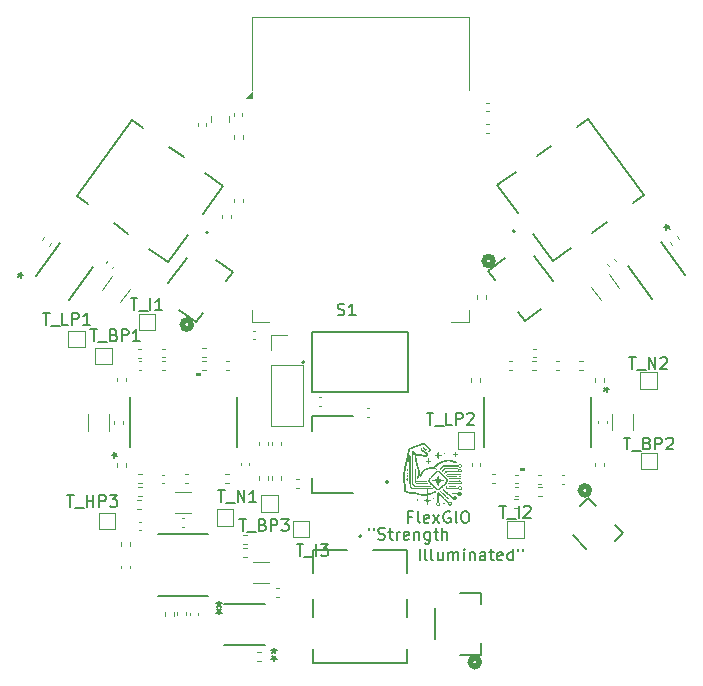
<source format=gbr>
%TF.GenerationSoftware,KiCad,Pcbnew,8.0.6*%
%TF.CreationDate,2024-11-01T20:33:52-04:00*%
%TF.ProjectId,FlexGlO,466c6578-476c-44f2-9e6b-696361645f70,rev?*%
%TF.SameCoordinates,Original*%
%TF.FileFunction,Legend,Top*%
%TF.FilePolarity,Positive*%
%FSLAX46Y46*%
G04 Gerber Fmt 4.6, Leading zero omitted, Abs format (unit mm)*
G04 Created by KiCad (PCBNEW 8.0.6) date 2024-11-01 20:33:52*
%MOMM*%
%LPD*%
G01*
G04 APERTURE LIST*
%ADD10C,0.150000*%
%ADD11C,0.152400*%
%ADD12C,0.120000*%
%ADD13C,0.127000*%
%ADD14C,0.200000*%
%ADD15C,0.508000*%
%ADD16C,0.000000*%
G04 APERTURE END LIST*
D10*
X120764160Y-115719819D02*
X120764160Y-115910295D01*
X121145112Y-115719819D02*
X121145112Y-115910295D01*
X121526065Y-116672200D02*
X121668922Y-116719819D01*
X121668922Y-116719819D02*
X121907017Y-116719819D01*
X121907017Y-116719819D02*
X122002255Y-116672200D01*
X122002255Y-116672200D02*
X122049874Y-116624580D01*
X122049874Y-116624580D02*
X122097493Y-116529342D01*
X122097493Y-116529342D02*
X122097493Y-116434104D01*
X122097493Y-116434104D02*
X122049874Y-116338866D01*
X122049874Y-116338866D02*
X122002255Y-116291247D01*
X122002255Y-116291247D02*
X121907017Y-116243628D01*
X121907017Y-116243628D02*
X121716541Y-116196009D01*
X121716541Y-116196009D02*
X121621303Y-116148390D01*
X121621303Y-116148390D02*
X121573684Y-116100771D01*
X121573684Y-116100771D02*
X121526065Y-116005533D01*
X121526065Y-116005533D02*
X121526065Y-115910295D01*
X121526065Y-115910295D02*
X121573684Y-115815057D01*
X121573684Y-115815057D02*
X121621303Y-115767438D01*
X121621303Y-115767438D02*
X121716541Y-115719819D01*
X121716541Y-115719819D02*
X121954636Y-115719819D01*
X121954636Y-115719819D02*
X122097493Y-115767438D01*
X122383208Y-116053152D02*
X122764160Y-116053152D01*
X122526065Y-115719819D02*
X122526065Y-116576961D01*
X122526065Y-116576961D02*
X122573684Y-116672200D01*
X122573684Y-116672200D02*
X122668922Y-116719819D01*
X122668922Y-116719819D02*
X122764160Y-116719819D01*
X123097494Y-116719819D02*
X123097494Y-116053152D01*
X123097494Y-116243628D02*
X123145113Y-116148390D01*
X123145113Y-116148390D02*
X123192732Y-116100771D01*
X123192732Y-116100771D02*
X123287970Y-116053152D01*
X123287970Y-116053152D02*
X123383208Y-116053152D01*
X124097494Y-116672200D02*
X124002256Y-116719819D01*
X124002256Y-116719819D02*
X123811780Y-116719819D01*
X123811780Y-116719819D02*
X123716542Y-116672200D01*
X123716542Y-116672200D02*
X123668923Y-116576961D01*
X123668923Y-116576961D02*
X123668923Y-116196009D01*
X123668923Y-116196009D02*
X123716542Y-116100771D01*
X123716542Y-116100771D02*
X123811780Y-116053152D01*
X123811780Y-116053152D02*
X124002256Y-116053152D01*
X124002256Y-116053152D02*
X124097494Y-116100771D01*
X124097494Y-116100771D02*
X124145113Y-116196009D01*
X124145113Y-116196009D02*
X124145113Y-116291247D01*
X124145113Y-116291247D02*
X123668923Y-116386485D01*
X124573685Y-116053152D02*
X124573685Y-116719819D01*
X124573685Y-116148390D02*
X124621304Y-116100771D01*
X124621304Y-116100771D02*
X124716542Y-116053152D01*
X124716542Y-116053152D02*
X124859399Y-116053152D01*
X124859399Y-116053152D02*
X124954637Y-116100771D01*
X124954637Y-116100771D02*
X125002256Y-116196009D01*
X125002256Y-116196009D02*
X125002256Y-116719819D01*
X125907018Y-116053152D02*
X125907018Y-116862676D01*
X125907018Y-116862676D02*
X125859399Y-116957914D01*
X125859399Y-116957914D02*
X125811780Y-117005533D01*
X125811780Y-117005533D02*
X125716542Y-117053152D01*
X125716542Y-117053152D02*
X125573685Y-117053152D01*
X125573685Y-117053152D02*
X125478447Y-117005533D01*
X125907018Y-116672200D02*
X125811780Y-116719819D01*
X125811780Y-116719819D02*
X125621304Y-116719819D01*
X125621304Y-116719819D02*
X125526066Y-116672200D01*
X125526066Y-116672200D02*
X125478447Y-116624580D01*
X125478447Y-116624580D02*
X125430828Y-116529342D01*
X125430828Y-116529342D02*
X125430828Y-116243628D01*
X125430828Y-116243628D02*
X125478447Y-116148390D01*
X125478447Y-116148390D02*
X125526066Y-116100771D01*
X125526066Y-116100771D02*
X125621304Y-116053152D01*
X125621304Y-116053152D02*
X125811780Y-116053152D01*
X125811780Y-116053152D02*
X125907018Y-116100771D01*
X126240352Y-116053152D02*
X126621304Y-116053152D01*
X126383209Y-115719819D02*
X126383209Y-116576961D01*
X126383209Y-116576961D02*
X126430828Y-116672200D01*
X126430828Y-116672200D02*
X126526066Y-116719819D01*
X126526066Y-116719819D02*
X126621304Y-116719819D01*
X126954638Y-116719819D02*
X126954638Y-115719819D01*
X127383209Y-116719819D02*
X127383209Y-116196009D01*
X127383209Y-116196009D02*
X127335590Y-116100771D01*
X127335590Y-116100771D02*
X127240352Y-116053152D01*
X127240352Y-116053152D02*
X127097495Y-116053152D01*
X127097495Y-116053152D02*
X127002257Y-116100771D01*
X127002257Y-116100771D02*
X126954638Y-116148390D01*
X124370112Y-114771009D02*
X124036779Y-114771009D01*
X124036779Y-115294819D02*
X124036779Y-114294819D01*
X124036779Y-114294819D02*
X124512969Y-114294819D01*
X125036779Y-115294819D02*
X124941541Y-115247200D01*
X124941541Y-115247200D02*
X124893922Y-115151961D01*
X124893922Y-115151961D02*
X124893922Y-114294819D01*
X125798684Y-115247200D02*
X125703446Y-115294819D01*
X125703446Y-115294819D02*
X125512970Y-115294819D01*
X125512970Y-115294819D02*
X125417732Y-115247200D01*
X125417732Y-115247200D02*
X125370113Y-115151961D01*
X125370113Y-115151961D02*
X125370113Y-114771009D01*
X125370113Y-114771009D02*
X125417732Y-114675771D01*
X125417732Y-114675771D02*
X125512970Y-114628152D01*
X125512970Y-114628152D02*
X125703446Y-114628152D01*
X125703446Y-114628152D02*
X125798684Y-114675771D01*
X125798684Y-114675771D02*
X125846303Y-114771009D01*
X125846303Y-114771009D02*
X125846303Y-114866247D01*
X125846303Y-114866247D02*
X125370113Y-114961485D01*
X126179637Y-115294819D02*
X126703446Y-114628152D01*
X126179637Y-114628152D02*
X126703446Y-115294819D01*
X127608208Y-114342438D02*
X127512970Y-114294819D01*
X127512970Y-114294819D02*
X127370113Y-114294819D01*
X127370113Y-114294819D02*
X127227256Y-114342438D01*
X127227256Y-114342438D02*
X127132018Y-114437676D01*
X127132018Y-114437676D02*
X127084399Y-114532914D01*
X127084399Y-114532914D02*
X127036780Y-114723390D01*
X127036780Y-114723390D02*
X127036780Y-114866247D01*
X127036780Y-114866247D02*
X127084399Y-115056723D01*
X127084399Y-115056723D02*
X127132018Y-115151961D01*
X127132018Y-115151961D02*
X127227256Y-115247200D01*
X127227256Y-115247200D02*
X127370113Y-115294819D01*
X127370113Y-115294819D02*
X127465351Y-115294819D01*
X127465351Y-115294819D02*
X127608208Y-115247200D01*
X127608208Y-115247200D02*
X127655827Y-115199580D01*
X127655827Y-115199580D02*
X127655827Y-114866247D01*
X127655827Y-114866247D02*
X127465351Y-114866247D01*
X128227256Y-115294819D02*
X128132018Y-115247200D01*
X128132018Y-115247200D02*
X128084399Y-115151961D01*
X128084399Y-115151961D02*
X128084399Y-114294819D01*
X128798685Y-114294819D02*
X128989161Y-114294819D01*
X128989161Y-114294819D02*
X129084399Y-114342438D01*
X129084399Y-114342438D02*
X129179637Y-114437676D01*
X129179637Y-114437676D02*
X129227256Y-114628152D01*
X129227256Y-114628152D02*
X129227256Y-114961485D01*
X129227256Y-114961485D02*
X129179637Y-115151961D01*
X129179637Y-115151961D02*
X129084399Y-115247200D01*
X129084399Y-115247200D02*
X128989161Y-115294819D01*
X128989161Y-115294819D02*
X128798685Y-115294819D01*
X128798685Y-115294819D02*
X128703447Y-115247200D01*
X128703447Y-115247200D02*
X128608209Y-115151961D01*
X128608209Y-115151961D02*
X128560590Y-114961485D01*
X128560590Y-114961485D02*
X128560590Y-114628152D01*
X128560590Y-114628152D02*
X128608209Y-114437676D01*
X128608209Y-114437676D02*
X128703447Y-114342438D01*
X128703447Y-114342438D02*
X128798685Y-114294819D01*
X125036779Y-118469819D02*
X125036779Y-117469819D01*
X125655826Y-118469819D02*
X125560588Y-118422200D01*
X125560588Y-118422200D02*
X125512969Y-118326961D01*
X125512969Y-118326961D02*
X125512969Y-117469819D01*
X126179636Y-118469819D02*
X126084398Y-118422200D01*
X126084398Y-118422200D02*
X126036779Y-118326961D01*
X126036779Y-118326961D02*
X126036779Y-117469819D01*
X126989160Y-117803152D02*
X126989160Y-118469819D01*
X126560589Y-117803152D02*
X126560589Y-118326961D01*
X126560589Y-118326961D02*
X126608208Y-118422200D01*
X126608208Y-118422200D02*
X126703446Y-118469819D01*
X126703446Y-118469819D02*
X126846303Y-118469819D01*
X126846303Y-118469819D02*
X126941541Y-118422200D01*
X126941541Y-118422200D02*
X126989160Y-118374580D01*
X127465351Y-118469819D02*
X127465351Y-117803152D01*
X127465351Y-117898390D02*
X127512970Y-117850771D01*
X127512970Y-117850771D02*
X127608208Y-117803152D01*
X127608208Y-117803152D02*
X127751065Y-117803152D01*
X127751065Y-117803152D02*
X127846303Y-117850771D01*
X127846303Y-117850771D02*
X127893922Y-117946009D01*
X127893922Y-117946009D02*
X127893922Y-118469819D01*
X127893922Y-117946009D02*
X127941541Y-117850771D01*
X127941541Y-117850771D02*
X128036779Y-117803152D01*
X128036779Y-117803152D02*
X128179636Y-117803152D01*
X128179636Y-117803152D02*
X128274875Y-117850771D01*
X128274875Y-117850771D02*
X128322494Y-117946009D01*
X128322494Y-117946009D02*
X128322494Y-118469819D01*
X128798684Y-118469819D02*
X128798684Y-117803152D01*
X128798684Y-117469819D02*
X128751065Y-117517438D01*
X128751065Y-117517438D02*
X128798684Y-117565057D01*
X128798684Y-117565057D02*
X128846303Y-117517438D01*
X128846303Y-117517438D02*
X128798684Y-117469819D01*
X128798684Y-117469819D02*
X128798684Y-117565057D01*
X129274874Y-117803152D02*
X129274874Y-118469819D01*
X129274874Y-117898390D02*
X129322493Y-117850771D01*
X129322493Y-117850771D02*
X129417731Y-117803152D01*
X129417731Y-117803152D02*
X129560588Y-117803152D01*
X129560588Y-117803152D02*
X129655826Y-117850771D01*
X129655826Y-117850771D02*
X129703445Y-117946009D01*
X129703445Y-117946009D02*
X129703445Y-118469819D01*
X130608207Y-118469819D02*
X130608207Y-117946009D01*
X130608207Y-117946009D02*
X130560588Y-117850771D01*
X130560588Y-117850771D02*
X130465350Y-117803152D01*
X130465350Y-117803152D02*
X130274874Y-117803152D01*
X130274874Y-117803152D02*
X130179636Y-117850771D01*
X130608207Y-118422200D02*
X130512969Y-118469819D01*
X130512969Y-118469819D02*
X130274874Y-118469819D01*
X130274874Y-118469819D02*
X130179636Y-118422200D01*
X130179636Y-118422200D02*
X130132017Y-118326961D01*
X130132017Y-118326961D02*
X130132017Y-118231723D01*
X130132017Y-118231723D02*
X130179636Y-118136485D01*
X130179636Y-118136485D02*
X130274874Y-118088866D01*
X130274874Y-118088866D02*
X130512969Y-118088866D01*
X130512969Y-118088866D02*
X130608207Y-118041247D01*
X130941541Y-117803152D02*
X131322493Y-117803152D01*
X131084398Y-117469819D02*
X131084398Y-118326961D01*
X131084398Y-118326961D02*
X131132017Y-118422200D01*
X131132017Y-118422200D02*
X131227255Y-118469819D01*
X131227255Y-118469819D02*
X131322493Y-118469819D01*
X132036779Y-118422200D02*
X131941541Y-118469819D01*
X131941541Y-118469819D02*
X131751065Y-118469819D01*
X131751065Y-118469819D02*
X131655827Y-118422200D01*
X131655827Y-118422200D02*
X131608208Y-118326961D01*
X131608208Y-118326961D02*
X131608208Y-117946009D01*
X131608208Y-117946009D02*
X131655827Y-117850771D01*
X131655827Y-117850771D02*
X131751065Y-117803152D01*
X131751065Y-117803152D02*
X131941541Y-117803152D01*
X131941541Y-117803152D02*
X132036779Y-117850771D01*
X132036779Y-117850771D02*
X132084398Y-117946009D01*
X132084398Y-117946009D02*
X132084398Y-118041247D01*
X132084398Y-118041247D02*
X131608208Y-118136485D01*
X132941541Y-118469819D02*
X132941541Y-117469819D01*
X132941541Y-118422200D02*
X132846303Y-118469819D01*
X132846303Y-118469819D02*
X132655827Y-118469819D01*
X132655827Y-118469819D02*
X132560589Y-118422200D01*
X132560589Y-118422200D02*
X132512970Y-118374580D01*
X132512970Y-118374580D02*
X132465351Y-118279342D01*
X132465351Y-118279342D02*
X132465351Y-117993628D01*
X132465351Y-117993628D02*
X132512970Y-117898390D01*
X132512970Y-117898390D02*
X132560589Y-117850771D01*
X132560589Y-117850771D02*
X132655827Y-117803152D01*
X132655827Y-117803152D02*
X132846303Y-117803152D01*
X132846303Y-117803152D02*
X132941541Y-117850771D01*
X133370113Y-117469819D02*
X133370113Y-117660295D01*
X133751065Y-117469819D02*
X133751065Y-117660295D01*
X91022895Y-94205476D02*
X91215518Y-94345425D01*
X90998520Y-94482068D02*
X91215518Y-94345425D01*
X91215518Y-94345425D02*
X91278418Y-94096822D01*
X91285647Y-94572958D02*
X91215518Y-94345425D01*
X91215518Y-94345425D02*
X91453586Y-94341810D01*
X91022895Y-94205476D02*
X91215518Y-94345425D01*
X90998520Y-94482068D02*
X91215518Y-94345425D01*
X91215518Y-94345425D02*
X91278418Y-94096822D01*
X91285647Y-94572958D02*
X91215518Y-94345425D01*
X91215518Y-94345425D02*
X91453586Y-94341810D01*
X108053999Y-123041980D02*
X108053999Y-122803885D01*
X108292094Y-122899123D02*
X108053999Y-122803885D01*
X108053999Y-122803885D02*
X107815904Y-122899123D01*
X108196856Y-122613409D02*
X108053999Y-122803885D01*
X108053999Y-122803885D02*
X107911142Y-122613409D01*
X108054000Y-121951619D02*
X108054000Y-122189714D01*
X107815905Y-122094476D02*
X108054000Y-122189714D01*
X108054000Y-122189714D02*
X108292095Y-122094476D01*
X107911143Y-122380190D02*
X108054000Y-122189714D01*
X108054000Y-122189714D02*
X108196857Y-122380190D01*
X100569048Y-96281819D02*
X101140476Y-96281819D01*
X100854762Y-97281819D02*
X100854762Y-96281819D01*
X101235715Y-97377057D02*
X101997619Y-97377057D01*
X102235715Y-97281819D02*
X102235715Y-96281819D01*
X103235714Y-97281819D02*
X102664286Y-97281819D01*
X102950000Y-97281819D02*
X102950000Y-96281819D01*
X102950000Y-96281819D02*
X102854762Y-96424676D01*
X102854762Y-96424676D02*
X102759524Y-96519914D01*
X102759524Y-96519914D02*
X102664286Y-96567533D01*
X141066980Y-103996000D02*
X140828885Y-103996000D01*
X140924123Y-103757905D02*
X140828885Y-103996000D01*
X140828885Y-103996000D02*
X140924123Y-104234095D01*
X140638409Y-103853143D02*
X140828885Y-103996000D01*
X140828885Y-103996000D02*
X140638409Y-104138857D01*
X93127381Y-97504819D02*
X93698809Y-97504819D01*
X93413095Y-98504819D02*
X93413095Y-97504819D01*
X93794048Y-98600057D02*
X94555952Y-98600057D01*
X95270238Y-98504819D02*
X94794048Y-98504819D01*
X94794048Y-98504819D02*
X94794048Y-97504819D01*
X95603572Y-98504819D02*
X95603572Y-97504819D01*
X95603572Y-97504819D02*
X95984524Y-97504819D01*
X95984524Y-97504819D02*
X96079762Y-97552438D01*
X96079762Y-97552438D02*
X96127381Y-97600057D01*
X96127381Y-97600057D02*
X96175000Y-97695295D01*
X96175000Y-97695295D02*
X96175000Y-97838152D01*
X96175000Y-97838152D02*
X96127381Y-97933390D01*
X96127381Y-97933390D02*
X96079762Y-97981009D01*
X96079762Y-97981009D02*
X95984524Y-98028628D01*
X95984524Y-98028628D02*
X95603572Y-98028628D01*
X97127381Y-98504819D02*
X96555953Y-98504819D01*
X96841667Y-98504819D02*
X96841667Y-97504819D01*
X96841667Y-97504819D02*
X96746429Y-97647676D01*
X96746429Y-97647676D02*
X96651191Y-97742914D01*
X96651191Y-97742914D02*
X96555953Y-97790533D01*
X118098095Y-97682200D02*
X118240952Y-97729819D01*
X118240952Y-97729819D02*
X118479047Y-97729819D01*
X118479047Y-97729819D02*
X118574285Y-97682200D01*
X118574285Y-97682200D02*
X118621904Y-97634580D01*
X118621904Y-97634580D02*
X118669523Y-97539342D01*
X118669523Y-97539342D02*
X118669523Y-97444104D01*
X118669523Y-97444104D02*
X118621904Y-97348866D01*
X118621904Y-97348866D02*
X118574285Y-97301247D01*
X118574285Y-97301247D02*
X118479047Y-97253628D01*
X118479047Y-97253628D02*
X118288571Y-97206009D01*
X118288571Y-97206009D02*
X118193333Y-97158390D01*
X118193333Y-97158390D02*
X118145714Y-97110771D01*
X118145714Y-97110771D02*
X118098095Y-97015533D01*
X118098095Y-97015533D02*
X118098095Y-96920295D01*
X118098095Y-96920295D02*
X118145714Y-96825057D01*
X118145714Y-96825057D02*
X118193333Y-96777438D01*
X118193333Y-96777438D02*
X118288571Y-96729819D01*
X118288571Y-96729819D02*
X118526666Y-96729819D01*
X118526666Y-96729819D02*
X118669523Y-96777438D01*
X119621904Y-97729819D02*
X119050476Y-97729819D01*
X119336190Y-97729819D02*
X119336190Y-96729819D01*
X119336190Y-96729819D02*
X119240952Y-96872676D01*
X119240952Y-96872676D02*
X119145714Y-96967914D01*
X119145714Y-96967914D02*
X119050476Y-97015533D01*
X95183333Y-112931819D02*
X95754761Y-112931819D01*
X95469047Y-113931819D02*
X95469047Y-112931819D01*
X95850000Y-114027057D02*
X96611904Y-114027057D01*
X96850000Y-113931819D02*
X96850000Y-112931819D01*
X96850000Y-113408009D02*
X97421428Y-113408009D01*
X97421428Y-113931819D02*
X97421428Y-112931819D01*
X97897619Y-113931819D02*
X97897619Y-112931819D01*
X97897619Y-112931819D02*
X98278571Y-112931819D01*
X98278571Y-112931819D02*
X98373809Y-112979438D01*
X98373809Y-112979438D02*
X98421428Y-113027057D01*
X98421428Y-113027057D02*
X98469047Y-113122295D01*
X98469047Y-113122295D02*
X98469047Y-113265152D01*
X98469047Y-113265152D02*
X98421428Y-113360390D01*
X98421428Y-113360390D02*
X98373809Y-113408009D01*
X98373809Y-113408009D02*
X98278571Y-113455628D01*
X98278571Y-113455628D02*
X97897619Y-113455628D01*
X98802381Y-112931819D02*
X99421428Y-112931819D01*
X99421428Y-112931819D02*
X99088095Y-113312771D01*
X99088095Y-113312771D02*
X99230952Y-113312771D01*
X99230952Y-113312771D02*
X99326190Y-113360390D01*
X99326190Y-113360390D02*
X99373809Y-113408009D01*
X99373809Y-113408009D02*
X99421428Y-113503247D01*
X99421428Y-113503247D02*
X99421428Y-113741342D01*
X99421428Y-113741342D02*
X99373809Y-113836580D01*
X99373809Y-113836580D02*
X99326190Y-113884200D01*
X99326190Y-113884200D02*
X99230952Y-113931819D01*
X99230952Y-113931819D02*
X98945238Y-113931819D01*
X98945238Y-113931819D02*
X98850000Y-113884200D01*
X98850000Y-113884200D02*
X98802381Y-113836580D01*
X146165803Y-90123415D02*
X145973180Y-90263364D01*
X145910281Y-90014762D02*
X145973180Y-90263364D01*
X145973180Y-90263364D02*
X146190178Y-90400008D01*
X145735112Y-90259750D02*
X145973180Y-90263364D01*
X145973180Y-90263364D02*
X145903051Y-90490897D01*
X146165803Y-90123415D02*
X145973180Y-90263364D01*
X145910281Y-90014762D02*
X145973180Y-90263364D01*
X145973180Y-90263364D02*
X146190178Y-90400008D01*
X145735112Y-90259750D02*
X145973180Y-90263364D01*
X145973180Y-90263364D02*
X145903051Y-90490897D01*
X107958333Y-112529819D02*
X108529761Y-112529819D01*
X108244047Y-113529819D02*
X108244047Y-112529819D01*
X108625000Y-113625057D02*
X109386904Y-113625057D01*
X109625000Y-113529819D02*
X109625000Y-112529819D01*
X109625000Y-112529819D02*
X110196428Y-113529819D01*
X110196428Y-113529819D02*
X110196428Y-112529819D01*
X111196428Y-113529819D02*
X110625000Y-113529819D01*
X110910714Y-113529819D02*
X110910714Y-112529819D01*
X110910714Y-112529819D02*
X110815476Y-112672676D01*
X110815476Y-112672676D02*
X110720238Y-112767914D01*
X110720238Y-112767914D02*
X110625000Y-112815533D01*
X97157143Y-98904819D02*
X97728571Y-98904819D01*
X97442857Y-99904819D02*
X97442857Y-98904819D01*
X97823810Y-100000057D02*
X98585714Y-100000057D01*
X99157143Y-99381009D02*
X99300000Y-99428628D01*
X99300000Y-99428628D02*
X99347619Y-99476247D01*
X99347619Y-99476247D02*
X99395238Y-99571485D01*
X99395238Y-99571485D02*
X99395238Y-99714342D01*
X99395238Y-99714342D02*
X99347619Y-99809580D01*
X99347619Y-99809580D02*
X99300000Y-99857200D01*
X99300000Y-99857200D02*
X99204762Y-99904819D01*
X99204762Y-99904819D02*
X98823810Y-99904819D01*
X98823810Y-99904819D02*
X98823810Y-98904819D01*
X98823810Y-98904819D02*
X99157143Y-98904819D01*
X99157143Y-98904819D02*
X99252381Y-98952438D01*
X99252381Y-98952438D02*
X99300000Y-99000057D01*
X99300000Y-99000057D02*
X99347619Y-99095295D01*
X99347619Y-99095295D02*
X99347619Y-99190533D01*
X99347619Y-99190533D02*
X99300000Y-99285771D01*
X99300000Y-99285771D02*
X99252381Y-99333390D01*
X99252381Y-99333390D02*
X99157143Y-99381009D01*
X99157143Y-99381009D02*
X98823810Y-99381009D01*
X99823810Y-99904819D02*
X99823810Y-98904819D01*
X99823810Y-98904819D02*
X100204762Y-98904819D01*
X100204762Y-98904819D02*
X100300000Y-98952438D01*
X100300000Y-98952438D02*
X100347619Y-99000057D01*
X100347619Y-99000057D02*
X100395238Y-99095295D01*
X100395238Y-99095295D02*
X100395238Y-99238152D01*
X100395238Y-99238152D02*
X100347619Y-99333390D01*
X100347619Y-99333390D02*
X100300000Y-99381009D01*
X100300000Y-99381009D02*
X100204762Y-99428628D01*
X100204762Y-99428628D02*
X99823810Y-99428628D01*
X101347619Y-99904819D02*
X100776191Y-99904819D01*
X101061905Y-99904819D02*
X101061905Y-98904819D01*
X101061905Y-98904819D02*
X100966667Y-99047676D01*
X100966667Y-99047676D02*
X100871429Y-99142914D01*
X100871429Y-99142914D02*
X100776191Y-99190533D01*
X142758333Y-101256819D02*
X143329761Y-101256819D01*
X143044047Y-102256819D02*
X143044047Y-101256819D01*
X143425000Y-102352057D02*
X144186904Y-102352057D01*
X144425000Y-102256819D02*
X144425000Y-101256819D01*
X144425000Y-101256819D02*
X144996428Y-102256819D01*
X144996428Y-102256819D02*
X144996428Y-101256819D01*
X145425000Y-101352057D02*
X145472619Y-101304438D01*
X145472619Y-101304438D02*
X145567857Y-101256819D01*
X145567857Y-101256819D02*
X145805952Y-101256819D01*
X145805952Y-101256819D02*
X145901190Y-101304438D01*
X145901190Y-101304438D02*
X145948809Y-101352057D01*
X145948809Y-101352057D02*
X145996428Y-101447295D01*
X145996428Y-101447295D02*
X145996428Y-101542533D01*
X145996428Y-101542533D02*
X145948809Y-101685390D01*
X145948809Y-101685390D02*
X145377381Y-102256819D01*
X145377381Y-102256819D02*
X145996428Y-102256819D01*
X98983019Y-109533199D02*
X99221114Y-109533199D01*
X99125876Y-109771294D02*
X99221114Y-109533199D01*
X99221114Y-109533199D02*
X99125876Y-109295104D01*
X99411590Y-109676056D02*
X99221114Y-109533199D01*
X99221114Y-109533199D02*
X99411590Y-109390342D01*
X98983019Y-109533199D02*
X99221114Y-109533199D01*
X99125876Y-109771294D02*
X99221114Y-109533199D01*
X99221114Y-109533199D02*
X99125876Y-109295104D01*
X99411590Y-109676056D02*
X99221114Y-109533199D01*
X99221114Y-109533199D02*
X99411590Y-109390342D01*
X109757143Y-114979819D02*
X110328571Y-114979819D01*
X110042857Y-115979819D02*
X110042857Y-114979819D01*
X110423810Y-116075057D02*
X111185714Y-116075057D01*
X111757143Y-115456009D02*
X111900000Y-115503628D01*
X111900000Y-115503628D02*
X111947619Y-115551247D01*
X111947619Y-115551247D02*
X111995238Y-115646485D01*
X111995238Y-115646485D02*
X111995238Y-115789342D01*
X111995238Y-115789342D02*
X111947619Y-115884580D01*
X111947619Y-115884580D02*
X111900000Y-115932200D01*
X111900000Y-115932200D02*
X111804762Y-115979819D01*
X111804762Y-115979819D02*
X111423810Y-115979819D01*
X111423810Y-115979819D02*
X111423810Y-114979819D01*
X111423810Y-114979819D02*
X111757143Y-114979819D01*
X111757143Y-114979819D02*
X111852381Y-115027438D01*
X111852381Y-115027438D02*
X111900000Y-115075057D01*
X111900000Y-115075057D02*
X111947619Y-115170295D01*
X111947619Y-115170295D02*
X111947619Y-115265533D01*
X111947619Y-115265533D02*
X111900000Y-115360771D01*
X111900000Y-115360771D02*
X111852381Y-115408390D01*
X111852381Y-115408390D02*
X111757143Y-115456009D01*
X111757143Y-115456009D02*
X111423810Y-115456009D01*
X112423810Y-115979819D02*
X112423810Y-114979819D01*
X112423810Y-114979819D02*
X112804762Y-114979819D01*
X112804762Y-114979819D02*
X112900000Y-115027438D01*
X112900000Y-115027438D02*
X112947619Y-115075057D01*
X112947619Y-115075057D02*
X112995238Y-115170295D01*
X112995238Y-115170295D02*
X112995238Y-115313152D01*
X112995238Y-115313152D02*
X112947619Y-115408390D01*
X112947619Y-115408390D02*
X112900000Y-115456009D01*
X112900000Y-115456009D02*
X112804762Y-115503628D01*
X112804762Y-115503628D02*
X112423810Y-115503628D01*
X113328572Y-114979819D02*
X113947619Y-114979819D01*
X113947619Y-114979819D02*
X113614286Y-115360771D01*
X113614286Y-115360771D02*
X113757143Y-115360771D01*
X113757143Y-115360771D02*
X113852381Y-115408390D01*
X113852381Y-115408390D02*
X113900000Y-115456009D01*
X113900000Y-115456009D02*
X113947619Y-115551247D01*
X113947619Y-115551247D02*
X113947619Y-115789342D01*
X113947619Y-115789342D02*
X113900000Y-115884580D01*
X113900000Y-115884580D02*
X113852381Y-115932200D01*
X113852381Y-115932200D02*
X113757143Y-115979819D01*
X113757143Y-115979819D02*
X113471429Y-115979819D01*
X113471429Y-115979819D02*
X113376191Y-115932200D01*
X113376191Y-115932200D02*
X113328572Y-115884580D01*
X131769048Y-113856819D02*
X132340476Y-113856819D01*
X132054762Y-114856819D02*
X132054762Y-113856819D01*
X132435715Y-114952057D02*
X133197619Y-114952057D01*
X133435715Y-114856819D02*
X133435715Y-113856819D01*
X133864286Y-113952057D02*
X133911905Y-113904438D01*
X133911905Y-113904438D02*
X134007143Y-113856819D01*
X134007143Y-113856819D02*
X134245238Y-113856819D01*
X134245238Y-113856819D02*
X134340476Y-113904438D01*
X134340476Y-113904438D02*
X134388095Y-113952057D01*
X134388095Y-113952057D02*
X134435714Y-114047295D01*
X134435714Y-114047295D02*
X134435714Y-114142533D01*
X134435714Y-114142533D02*
X134388095Y-114285390D01*
X134388095Y-114285390D02*
X133816667Y-114856819D01*
X133816667Y-114856819D02*
X134435714Y-114856819D01*
X112678999Y-126994981D02*
X112678999Y-126756886D01*
X112917094Y-126852124D02*
X112678999Y-126756886D01*
X112678999Y-126756886D02*
X112440904Y-126852124D01*
X112821856Y-126566410D02*
X112678999Y-126756886D01*
X112678999Y-126756886D02*
X112536142Y-126566410D01*
X112679000Y-125904620D02*
X112679000Y-126142715D01*
X112440905Y-126047477D02*
X112679000Y-126142715D01*
X112679000Y-126142715D02*
X112917095Y-126047477D01*
X112536143Y-126333191D02*
X112679000Y-126142715D01*
X112679000Y-126142715D02*
X112821857Y-126333191D01*
X125627381Y-105979819D02*
X126198809Y-105979819D01*
X125913095Y-106979819D02*
X125913095Y-105979819D01*
X126294048Y-107075057D02*
X127055952Y-107075057D01*
X127770238Y-106979819D02*
X127294048Y-106979819D01*
X127294048Y-106979819D02*
X127294048Y-105979819D01*
X128103572Y-106979819D02*
X128103572Y-105979819D01*
X128103572Y-105979819D02*
X128484524Y-105979819D01*
X128484524Y-105979819D02*
X128579762Y-106027438D01*
X128579762Y-106027438D02*
X128627381Y-106075057D01*
X128627381Y-106075057D02*
X128675000Y-106170295D01*
X128675000Y-106170295D02*
X128675000Y-106313152D01*
X128675000Y-106313152D02*
X128627381Y-106408390D01*
X128627381Y-106408390D02*
X128579762Y-106456009D01*
X128579762Y-106456009D02*
X128484524Y-106503628D01*
X128484524Y-106503628D02*
X128103572Y-106503628D01*
X129055953Y-106075057D02*
X129103572Y-106027438D01*
X129103572Y-106027438D02*
X129198810Y-105979819D01*
X129198810Y-105979819D02*
X129436905Y-105979819D01*
X129436905Y-105979819D02*
X129532143Y-106027438D01*
X129532143Y-106027438D02*
X129579762Y-106075057D01*
X129579762Y-106075057D02*
X129627381Y-106170295D01*
X129627381Y-106170295D02*
X129627381Y-106265533D01*
X129627381Y-106265533D02*
X129579762Y-106408390D01*
X129579762Y-106408390D02*
X129008334Y-106979819D01*
X129008334Y-106979819D02*
X129627381Y-106979819D01*
X114619047Y-117079817D02*
X115190475Y-117079817D01*
X114904761Y-118079817D02*
X114904761Y-117079817D01*
X115285714Y-118175055D02*
X116047618Y-118175055D01*
X116285714Y-118079817D02*
X116285714Y-117079817D01*
X116666666Y-117079817D02*
X117285713Y-117079817D01*
X117285713Y-117079817D02*
X116952380Y-117460769D01*
X116952380Y-117460769D02*
X117095237Y-117460769D01*
X117095237Y-117460769D02*
X117190475Y-117508388D01*
X117190475Y-117508388D02*
X117238094Y-117556007D01*
X117238094Y-117556007D02*
X117285713Y-117651245D01*
X117285713Y-117651245D02*
X117285713Y-117889340D01*
X117285713Y-117889340D02*
X117238094Y-117984578D01*
X117238094Y-117984578D02*
X117190475Y-118032198D01*
X117190475Y-118032198D02*
X117095237Y-118079817D01*
X117095237Y-118079817D02*
X116809523Y-118079817D01*
X116809523Y-118079817D02*
X116714285Y-118032198D01*
X116714285Y-118032198D02*
X116666666Y-117984578D01*
X142307143Y-108081819D02*
X142878571Y-108081819D01*
X142592857Y-109081819D02*
X142592857Y-108081819D01*
X142973810Y-109177057D02*
X143735714Y-109177057D01*
X144307143Y-108558009D02*
X144450000Y-108605628D01*
X144450000Y-108605628D02*
X144497619Y-108653247D01*
X144497619Y-108653247D02*
X144545238Y-108748485D01*
X144545238Y-108748485D02*
X144545238Y-108891342D01*
X144545238Y-108891342D02*
X144497619Y-108986580D01*
X144497619Y-108986580D02*
X144450000Y-109034200D01*
X144450000Y-109034200D02*
X144354762Y-109081819D01*
X144354762Y-109081819D02*
X143973810Y-109081819D01*
X143973810Y-109081819D02*
X143973810Y-108081819D01*
X143973810Y-108081819D02*
X144307143Y-108081819D01*
X144307143Y-108081819D02*
X144402381Y-108129438D01*
X144402381Y-108129438D02*
X144450000Y-108177057D01*
X144450000Y-108177057D02*
X144497619Y-108272295D01*
X144497619Y-108272295D02*
X144497619Y-108367533D01*
X144497619Y-108367533D02*
X144450000Y-108462771D01*
X144450000Y-108462771D02*
X144402381Y-108510390D01*
X144402381Y-108510390D02*
X144307143Y-108558009D01*
X144307143Y-108558009D02*
X143973810Y-108558009D01*
X144973810Y-109081819D02*
X144973810Y-108081819D01*
X144973810Y-108081819D02*
X145354762Y-108081819D01*
X145354762Y-108081819D02*
X145450000Y-108129438D01*
X145450000Y-108129438D02*
X145497619Y-108177057D01*
X145497619Y-108177057D02*
X145545238Y-108272295D01*
X145545238Y-108272295D02*
X145545238Y-108415152D01*
X145545238Y-108415152D02*
X145497619Y-108510390D01*
X145497619Y-108510390D02*
X145450000Y-108558009D01*
X145450000Y-108558009D02*
X145354762Y-108605628D01*
X145354762Y-108605628D02*
X144973810Y-108605628D01*
X145926191Y-108177057D02*
X145973810Y-108129438D01*
X145973810Y-108129438D02*
X146069048Y-108081819D01*
X146069048Y-108081819D02*
X146307143Y-108081819D01*
X146307143Y-108081819D02*
X146402381Y-108129438D01*
X146402381Y-108129438D02*
X146450000Y-108177057D01*
X146450000Y-108177057D02*
X146497619Y-108272295D01*
X146497619Y-108272295D02*
X146497619Y-108367533D01*
X146497619Y-108367533D02*
X146450000Y-108510390D01*
X146450000Y-108510390D02*
X145878572Y-109081819D01*
X145878572Y-109081819D02*
X146497619Y-109081819D01*
D11*
%TO.C,I_AMP1*%
X94600327Y-91608573D02*
X92569881Y-94403241D01*
X95364549Y-96433687D02*
X97394995Y-93639019D01*
%TO.C,DUAL_AMP1*%
X102853350Y-121518900D02*
X107095150Y-121518900D01*
X107095150Y-116261100D02*
X102853350Y-116261100D01*
D12*
%TO.C,R_K_H1*%
X103445000Y-123143641D02*
X103445000Y-122836359D01*
X104205000Y-123143641D02*
X104205000Y-122836359D01*
D13*
%TO.C,JACK2*%
X133154229Y-85562978D02*
X131617096Y-86679772D01*
X133321673Y-89025920D02*
X131617096Y-86679772D01*
X136188041Y-83358785D02*
X134934067Y-84269852D01*
X136319378Y-93151907D02*
X134614801Y-90805758D01*
X137856511Y-92035115D02*
X136319378Y-93151907D01*
X139302758Y-81095811D02*
X138372388Y-81771764D01*
X140890324Y-89830920D02*
X139636349Y-90741988D01*
X143074670Y-88243901D02*
X144005040Y-87567946D01*
X144005040Y-87567946D02*
X139302758Y-81095811D01*
D14*
X133097417Y-90621182D02*
G75*
G02*
X132897417Y-90621182I-100000J0D01*
G01*
X132897417Y-90621182D02*
G75*
G02*
X133097417Y-90621182I100000J0D01*
G01*
D12*
%TO.C,C_I_D4*%
X140406858Y-96460300D02*
X139570731Y-95309470D01*
X141879269Y-95390530D02*
X141043142Y-94239700D01*
%TO.C,R_M_L2*%
X106636359Y-101570000D02*
X106943641Y-101570000D01*
X106636359Y-102330000D02*
X106943641Y-102330000D01*
%TO.C,R_F_D1*%
X112520000Y-108436359D02*
X112520000Y-108743641D01*
X113280000Y-108436359D02*
X113280000Y-108743641D01*
%TO.C,R_M_H1*%
X99445000Y-103313641D02*
X99445000Y-103006359D01*
X100205000Y-103313641D02*
X100205000Y-103006359D01*
%TO.C,R_M_N4*%
X139845000Y-103343641D02*
X139845000Y-103036359D01*
X140605000Y-103343641D02*
X140605000Y-103036359D01*
%TO.C,C_ESP_D1*%
X109315000Y-80837836D02*
X109315000Y-80622164D01*
X110035000Y-80837836D02*
X110035000Y-80622164D01*
%TO.C,R_M_Q3*%
X134586359Y-101595000D02*
X134893641Y-101595000D01*
X134586359Y-102355000D02*
X134893641Y-102355000D01*
D11*
%TO.C,JST_3P2*%
X130843045Y-93932836D02*
X131410821Y-94714313D01*
X132252158Y-92909056D02*
X130843045Y-93932836D01*
X133365726Y-97405008D02*
X133933502Y-98186485D01*
X133933502Y-98186485D02*
X135342615Y-97162705D01*
X136287344Y-94857886D02*
X134736108Y-92722793D01*
D15*
X131256928Y-93124042D02*
G75*
G02*
X130494928Y-93124042I-381000J0D01*
G01*
X130494928Y-93124042D02*
G75*
G02*
X131256928Y-93124042I381000J0D01*
G01*
D12*
%TO.C,T_I1*%
X101250000Y-97575000D02*
X102650000Y-97575000D01*
X101250000Y-98975000D02*
X101250000Y-97575000D01*
X102650000Y-97575000D02*
X102650000Y-98975000D01*
X102650000Y-98975000D02*
X101250000Y-98975000D01*
%TO.C,R_M_N2*%
X99420000Y-110528641D02*
X99420000Y-110221359D01*
X100180000Y-110528641D02*
X100180000Y-110221359D01*
%TO.C,C_ADC_F3*%
X108315000Y-89462836D02*
X108315000Y-89247164D01*
X109035000Y-89462836D02*
X109035000Y-89247164D01*
%TO.C,C_K_L2*%
X99790000Y-118937164D02*
X99790000Y-119152836D01*
X100510000Y-118937164D02*
X100510000Y-119152836D01*
%TO.C,R_M_O2*%
X108581359Y-111170000D02*
X108888641Y-111170000D01*
X108581359Y-111930000D02*
X108888641Y-111930000D01*
%TO.C,R_M_N1*%
X101493641Y-111195000D02*
X101186359Y-111195000D01*
X101493641Y-111955000D02*
X101186359Y-111955000D01*
%TO.C,C_M_L2*%
X103452836Y-100565000D02*
X103237164Y-100565000D01*
X103452836Y-101285000D02*
X103237164Y-101285000D01*
%TO.C,C_I_D1*%
X98565001Y-93089484D02*
X98438232Y-93263966D01*
X99147494Y-93512690D02*
X99020725Y-93687172D01*
%TO.C,C_M_H4*%
X131402836Y-111190000D02*
X131187164Y-111190000D01*
X131402836Y-111910000D02*
X131187164Y-111910000D01*
%TO.C,C_ADC_F2*%
X130687164Y-79715000D02*
X130902836Y-79715000D01*
X130687164Y-80435000D02*
X130902836Y-80435000D01*
%TO.C,USB_RAW1*%
X112470000Y-99370000D02*
X113800000Y-99370000D01*
X112470000Y-100700000D02*
X112470000Y-99370000D01*
X112470000Y-101970000D02*
X112470000Y-107110000D01*
X112470000Y-101970000D02*
X115130000Y-101970000D01*
X112470000Y-107110000D02*
X115130000Y-107110000D01*
X115130000Y-101970000D02*
X115130000Y-107110000D01*
%TO.C,R_M_H4*%
X135036359Y-111220000D02*
X135343641Y-111220000D01*
X135036359Y-111980000D02*
X135343641Y-111980000D01*
%TO.C,C_M_L1*%
X108637164Y-101615000D02*
X108852836Y-101615000D01*
X108637164Y-102335000D02*
X108852836Y-102335000D01*
D13*
%TO.C,JACK3*%
X115999999Y-117624998D02*
X118900000Y-117624999D01*
X115999999Y-119524999D02*
X115999999Y-117624998D01*
X115999999Y-125974998D02*
X116000000Y-127124999D01*
X116000000Y-123274998D02*
X116000000Y-121724998D01*
X116000000Y-127124999D02*
X124000001Y-127125000D01*
X121100000Y-117624999D02*
X124000000Y-117624999D01*
X124000000Y-119524999D02*
X124000000Y-117624999D01*
X124000000Y-123275000D02*
X124000001Y-121724999D01*
X124000001Y-127125000D02*
X124000001Y-125974999D01*
D14*
X120100000Y-116424999D02*
G75*
G02*
X119900000Y-116424999I-100000J0D01*
G01*
X119900000Y-116424999D02*
G75*
G02*
X120100000Y-116424999I100000J0D01*
G01*
D12*
%TO.C,C_M_L3*%
X129440000Y-110457836D02*
X129440000Y-110242164D01*
X130160000Y-110457836D02*
X130160000Y-110242164D01*
D11*
%TO.C,QUAD_AMP2*%
X130514200Y-104643700D02*
X130514200Y-108885500D01*
X139505800Y-108885500D02*
X139505800Y-104643700D01*
D16*
G36*
X133930500Y-110930200D02*
G01*
X133549500Y-110930200D01*
X133549500Y-110676200D01*
X133930500Y-110676200D01*
X133930500Y-110930200D01*
G37*
D11*
%TO.C,JST_3P1*%
X104692646Y-97268009D02*
X106101759Y-98291789D01*
X105299153Y-92828097D02*
X103747917Y-94963190D01*
X106101759Y-98291789D02*
X106669535Y-97510312D01*
X108624440Y-94819617D02*
X109192216Y-94038140D01*
X109192216Y-94038140D02*
X107783103Y-93014360D01*
D15*
X105703389Y-98510447D02*
G75*
G02*
X104941389Y-98510447I-381000J0D01*
G01*
X104941389Y-98510447D02*
G75*
G02*
X105703389Y-98510447I381000J0D01*
G01*
D12*
%TO.C,R_M_Q2*%
X101443641Y-113345000D02*
X101136359Y-113345000D01*
X101443641Y-114105000D02*
X101136359Y-114105000D01*
%TO.C,T_LP1*%
X95275000Y-99025000D02*
X96675000Y-99025000D01*
X95275000Y-100425000D02*
X95275000Y-99025000D01*
X96675000Y-99025000D02*
X96675000Y-100425000D01*
X96675000Y-100425000D02*
X95275000Y-100425000D01*
%TO.C,R_F_D2*%
X112495000Y-111331359D02*
X112495000Y-111638641D01*
X113255000Y-111331359D02*
X113255000Y-111638641D01*
%TO.C,R_M_O4*%
X138843641Y-101595000D02*
X138536359Y-101595000D01*
X138843641Y-102355000D02*
X138536359Y-102355000D01*
%TO.C,R_I_G2*%
X146202496Y-91486461D02*
X146383112Y-91735057D01*
X146817348Y-91039745D02*
X146997964Y-91288341D01*
%TO.C,C_K_H1*%
X105590000Y-123102836D02*
X105590000Y-122887164D01*
X106310000Y-123102836D02*
X106310000Y-122887164D01*
%TO.C,C_I_D2*%
X99014875Y-94408000D02*
X98178748Y-95558830D01*
X100487286Y-95477770D02*
X99651159Y-96628600D01*
D16*
%TO.C,G\u002A\u002A\u002A*%
G36*
X127172471Y-109364449D02*
G01*
X127196547Y-109385167D01*
X127215527Y-109407049D01*
X127220398Y-109425433D01*
X127211220Y-109443416D01*
X127197901Y-109456226D01*
X127169508Y-109473147D01*
X127141632Y-109474888D01*
X127112935Y-109461367D01*
X127099373Y-109450261D01*
X127070792Y-109424069D01*
X127088409Y-109395564D01*
X127109081Y-109366733D01*
X127128283Y-109352101D01*
X127148563Y-109351421D01*
X127172471Y-109364449D01*
G37*
G36*
X126226575Y-113167432D02*
G01*
X126231766Y-113170718D01*
X126260718Y-113194645D01*
X126274091Y-113218039D01*
X126271917Y-113241024D01*
X126255895Y-113262215D01*
X126228211Y-113278504D01*
X126197913Y-113280071D01*
X126167542Y-113266942D01*
X126159973Y-113261148D01*
X126140808Y-113238327D01*
X126137167Y-113214839D01*
X126149044Y-113190163D01*
X126158773Y-113179205D01*
X126181428Y-113161486D01*
X126202570Y-113157731D01*
X126226575Y-113167432D01*
G37*
G36*
X127094908Y-113585272D02*
G01*
X127104180Y-113589696D01*
X127129709Y-113608986D01*
X127146542Y-113633898D01*
X127152316Y-113660123D01*
X127150028Y-113673238D01*
X127132771Y-113701949D01*
X127106966Y-113720071D01*
X127076300Y-113726733D01*
X127044461Y-113721065D01*
X127017623Y-113704498D01*
X126997046Y-113678796D01*
X126992078Y-113652423D01*
X127002720Y-113625406D01*
X127021291Y-113604416D01*
X127046809Y-113585255D01*
X127069798Y-113579149D01*
X127094908Y-113585272D01*
G37*
G36*
X124031601Y-110771891D02*
G01*
X124049255Y-110787437D01*
X124064460Y-110807216D01*
X124072802Y-110826210D01*
X124073308Y-110830837D01*
X124066481Y-110853091D01*
X124048966Y-110869878D01*
X124025214Y-110879606D01*
X123999676Y-110880684D01*
X123976801Y-110871520D01*
X123971739Y-110867164D01*
X123957729Y-110843703D01*
X123958047Y-110818011D01*
X123972361Y-110793275D01*
X123980151Y-110785822D01*
X123998330Y-110772840D01*
X124013356Y-110765937D01*
X124015911Y-110765595D01*
X124031601Y-110771891D01*
G37*
G36*
X124029164Y-111283132D02*
G01*
X124034745Y-111290002D01*
X124041629Y-111310674D01*
X124046094Y-111338894D01*
X124047717Y-111368550D01*
X124046073Y-111393529D01*
X124042712Y-111405032D01*
X124028141Y-111417805D01*
X124007147Y-111422070D01*
X123986942Y-111416953D01*
X123981115Y-111412510D01*
X123975937Y-111399431D01*
X123972854Y-111376102D01*
X123971923Y-111347765D01*
X123973201Y-111319664D01*
X123976744Y-111297039D01*
X123979770Y-111288656D01*
X123993257Y-111277566D01*
X124012083Y-111275783D01*
X124029164Y-111283132D01*
G37*
G36*
X124031681Y-111060866D02*
G01*
X124050421Y-111076035D01*
X124065934Y-111095074D01*
X124073223Y-111112876D01*
X124073308Y-111114568D01*
X124067172Y-111134131D01*
X124051942Y-111154808D01*
X124032386Y-111171613D01*
X124013270Y-111179560D01*
X124011050Y-111179683D01*
X123994307Y-111174369D01*
X123976286Y-111161480D01*
X123975290Y-111160505D01*
X123958680Y-111135126D01*
X123957315Y-111108854D01*
X123971082Y-111083679D01*
X123980151Y-111074902D01*
X123997992Y-111061955D01*
X124012307Y-111055035D01*
X124014710Y-111054675D01*
X124031681Y-111060866D01*
G37*
G36*
X124026912Y-111534283D02*
G01*
X124046515Y-111545388D01*
X124061328Y-111558873D01*
X124079012Y-111579191D01*
X124087119Y-111597822D01*
X124088934Y-111619638D01*
X124082921Y-111656157D01*
X124064565Y-111683250D01*
X124037379Y-111700071D01*
X124010798Y-111708875D01*
X123988744Y-111708901D01*
X123964362Y-111699591D01*
X123952499Y-111693173D01*
X123923124Y-111669539D01*
X123907677Y-111640667D01*
X123906823Y-111608235D01*
X123912067Y-111591232D01*
X123932252Y-111561838D01*
X123962454Y-111540950D01*
X123998076Y-111531541D01*
X124004684Y-111531296D01*
X124026912Y-111534283D01*
G37*
G36*
X128463965Y-111345976D02*
G01*
X128498597Y-111352631D01*
X128507172Y-111355997D01*
X128526751Y-111370069D01*
X128537781Y-111387459D01*
X128538087Y-111403854D01*
X128534242Y-111409662D01*
X128521858Y-111414352D01*
X128498561Y-111417556D01*
X128469010Y-111419096D01*
X128437864Y-111418796D01*
X128409779Y-111416481D01*
X128399503Y-111414760D01*
X128371791Y-111407004D01*
X128348655Y-111396956D01*
X128334194Y-111386646D01*
X128331382Y-111380986D01*
X128334757Y-111368996D01*
X128339470Y-111358868D01*
X128345381Y-111351412D01*
X128355605Y-111346873D01*
X128373555Y-111344561D01*
X128402646Y-111343789D01*
X128414466Y-111343755D01*
X128463965Y-111345976D01*
G37*
G36*
X124850385Y-113261063D02*
G01*
X124867011Y-113274709D01*
X124890543Y-113295987D01*
X124914331Y-113317149D01*
X124934058Y-113333528D01*
X124946771Y-113342722D01*
X124949492Y-113343878D01*
X124954993Y-113350406D01*
X124956175Y-113358919D01*
X124948792Y-113373508D01*
X124927740Y-113389551D01*
X124923068Y-113392222D01*
X124889576Y-113418879D01*
X124871698Y-113443592D01*
X124859616Y-113462919D01*
X124849422Y-113474846D01*
X124845930Y-113476699D01*
X124838786Y-113470138D01*
X124828903Y-113453406D01*
X124823187Y-113441150D01*
X124809647Y-113416060D01*
X124791956Y-113399913D01*
X124773003Y-113390143D01*
X124751543Y-113379544D01*
X124736585Y-113370119D01*
X124733156Y-113366753D01*
X124733693Y-113353972D01*
X124747803Y-113338447D01*
X124774030Y-113321718D01*
X124777339Y-113319999D01*
X124796888Y-113307440D01*
X124809649Y-113294488D01*
X124811275Y-113291272D01*
X124819866Y-113273717D01*
X124827118Y-113262782D01*
X124833098Y-113256492D01*
X124839967Y-113255455D01*
X124850385Y-113261063D01*
G37*
G36*
X127576518Y-110672378D02*
G01*
X127707428Y-110672719D01*
X127823150Y-110673408D01*
X127924117Y-110674459D01*
X128010761Y-110675885D01*
X128083518Y-110677699D01*
X128142821Y-110679915D01*
X128189102Y-110682546D01*
X128222797Y-110685605D01*
X128244337Y-110689104D01*
X128254130Y-110693030D01*
X128257332Y-110704033D01*
X128252099Y-110724135D01*
X128246611Y-110737419D01*
X128230692Y-110773408D01*
X127699537Y-110773408D01*
X127168382Y-110773408D01*
X127152696Y-110793349D01*
X127137023Y-110812048D01*
X127115198Y-110836462D01*
X127089432Y-110864302D01*
X127061936Y-110893279D01*
X127034921Y-110921103D01*
X127010599Y-110945483D01*
X126991181Y-110964130D01*
X126978879Y-110974755D01*
X126975970Y-110976350D01*
X126966372Y-110971242D01*
X126949773Y-110958230D01*
X126934812Y-110944816D01*
X126916919Y-110926858D01*
X126904864Y-110912711D01*
X126901607Y-110906732D01*
X126906989Y-110899532D01*
X126922031Y-110883250D01*
X126945075Y-110859580D01*
X126974464Y-110830215D01*
X127008541Y-110796848D01*
X127019843Y-110785914D01*
X127138079Y-110671839D01*
X127576518Y-110672378D01*
G37*
G36*
X127985114Y-111499056D02*
G01*
X128067319Y-111499771D01*
X128148494Y-111500933D01*
X128227081Y-111502500D01*
X128301522Y-111504430D01*
X128370258Y-111506680D01*
X128431732Y-111509208D01*
X128484384Y-111511972D01*
X128526657Y-111514930D01*
X128556992Y-111518039D01*
X128573831Y-111521258D01*
X128576316Y-111522457D01*
X128586669Y-111539700D01*
X128588402Y-111561980D01*
X128581418Y-111581620D01*
X128577127Y-111586260D01*
X128571282Y-111588491D01*
X128558830Y-111590422D01*
X128538753Y-111592076D01*
X128510035Y-111593481D01*
X128471656Y-111594662D01*
X128422600Y-111595645D01*
X128361849Y-111596456D01*
X128288384Y-111597122D01*
X128201189Y-111597667D01*
X128114208Y-111598061D01*
X128029696Y-111598303D01*
X127948294Y-111598363D01*
X127871628Y-111598252D01*
X127801324Y-111597980D01*
X127739008Y-111597557D01*
X127686305Y-111596992D01*
X127644842Y-111596298D01*
X127616243Y-111595483D01*
X127604775Y-111594849D01*
X127546178Y-111589864D01*
X127525236Y-111546893D01*
X127504294Y-111503921D01*
X127747906Y-111500015D01*
X127823849Y-111499136D01*
X127903438Y-111498830D01*
X127985114Y-111499056D01*
G37*
G36*
X127901752Y-112161029D02*
G01*
X127956318Y-112161634D01*
X128005410Y-112162574D01*
X128046392Y-112163848D01*
X128076625Y-112165451D01*
X128091133Y-112166943D01*
X128113412Y-112171116D01*
X128124313Y-112176859D01*
X128127903Y-112188107D01*
X128128245Y-112202826D01*
X128125435Y-112225974D01*
X128116250Y-112237320D01*
X128114572Y-112238064D01*
X128103877Y-112239549D01*
X128080060Y-112241378D01*
X128045623Y-112243448D01*
X128003062Y-112245656D01*
X127954878Y-112247902D01*
X127903569Y-112250083D01*
X127851635Y-112252096D01*
X127801574Y-112253841D01*
X127755885Y-112255215D01*
X127717067Y-112256116D01*
X127687620Y-112256442D01*
X127671185Y-112256159D01*
X127649957Y-112254958D01*
X127621108Y-112253230D01*
X127602889Y-112252102D01*
X127571806Y-112247928D01*
X127553835Y-112238729D01*
X127546709Y-112222263D01*
X127547948Y-112197677D01*
X127551796Y-112182085D01*
X127560239Y-112173478D01*
X127577873Y-112168272D01*
X127588031Y-112166425D01*
X127607078Y-112164604D01*
X127639110Y-112163137D01*
X127681490Y-112162022D01*
X127731582Y-112161257D01*
X127786747Y-112160838D01*
X127844349Y-112160763D01*
X127901752Y-112161029D01*
G37*
G36*
X125299255Y-111713775D02*
G01*
X125327101Y-111714145D01*
X125631618Y-111718432D01*
X125640519Y-111755717D01*
X125646887Y-111780416D01*
X125652775Y-111800085D01*
X125654813Y-111805621D01*
X125655171Y-111809079D01*
X125651963Y-111811841D01*
X125643680Y-111813980D01*
X125628810Y-111815569D01*
X125605845Y-111816683D01*
X125573274Y-111817395D01*
X125529586Y-111817779D01*
X125473273Y-111817909D01*
X125403899Y-111817859D01*
X125329602Y-111817603D01*
X125249220Y-111817073D01*
X125167045Y-111816314D01*
X125087371Y-111815373D01*
X125014492Y-111814293D01*
X124952701Y-111813121D01*
X124949611Y-111813053D01*
X124888976Y-111811667D01*
X124842034Y-111810414D01*
X124806854Y-111809084D01*
X124781507Y-111807467D01*
X124764063Y-111805354D01*
X124752592Y-111802535D01*
X124745165Y-111798798D01*
X124739851Y-111793936D01*
X124736451Y-111789866D01*
X124725594Y-111772760D01*
X124726664Y-111759206D01*
X124740600Y-111744642D01*
X124746747Y-111739903D01*
X124764804Y-111732300D01*
X124797049Y-111725954D01*
X124843673Y-111720854D01*
X124904870Y-111716995D01*
X124980834Y-111714365D01*
X125071757Y-111712958D01*
X125177833Y-111712764D01*
X125299255Y-111713775D01*
G37*
G36*
X125393468Y-108889935D02*
G01*
X125415587Y-108911076D01*
X125418653Y-108914802D01*
X125448455Y-108951235D01*
X125471401Y-108977312D01*
X125489922Y-108995239D01*
X125506451Y-109007226D01*
X125523422Y-109015478D01*
X125533691Y-109019180D01*
X125573419Y-109035662D01*
X125609593Y-109056642D01*
X125638254Y-109079463D01*
X125655002Y-109100590D01*
X125662043Y-109116120D01*
X125660937Y-109126180D01*
X125649794Y-109136796D01*
X125641760Y-109142801D01*
X125610101Y-109165516D01*
X125587278Y-109180542D01*
X125574786Y-109186907D01*
X125573615Y-109187052D01*
X125565401Y-109183513D01*
X125546456Y-109174204D01*
X125519859Y-109160663D01*
X125497252Y-109148922D01*
X125462799Y-109129715D01*
X125430009Y-109109399D01*
X125403764Y-109091086D01*
X125394011Y-109083106D01*
X125372859Y-109066225D01*
X125347805Y-109049431D01*
X125322485Y-109034747D01*
X125300535Y-109024195D01*
X125285592Y-109019798D01*
X125281738Y-109020673D01*
X125280256Y-109018024D01*
X125282864Y-109005088D01*
X125288273Y-108986248D01*
X125295192Y-108965889D01*
X125302334Y-108948393D01*
X125303989Y-108945008D01*
X125320881Y-108919847D01*
X125342040Y-108898718D01*
X125363194Y-108885379D01*
X125374793Y-108882666D01*
X125393468Y-108889935D01*
G37*
G36*
X127430750Y-111323820D02*
G01*
X127440859Y-111324853D01*
X127465010Y-111325962D01*
X127501617Y-111327114D01*
X127549098Y-111328273D01*
X127605867Y-111329404D01*
X127670340Y-111330473D01*
X127740933Y-111331445D01*
X127814992Y-111332274D01*
X127890457Y-111333113D01*
X127961684Y-111334075D01*
X128027038Y-111335126D01*
X128084883Y-111336231D01*
X128133585Y-111337358D01*
X128171508Y-111338470D01*
X128197017Y-111339535D01*
X128208328Y-111340485D01*
X128225812Y-111349446D01*
X128230840Y-111363998D01*
X128223658Y-111380630D01*
X128204515Y-111395835D01*
X128204421Y-111395885D01*
X128193550Y-111400532D01*
X128179315Y-111404052D01*
X128159479Y-111406617D01*
X128131805Y-111408401D01*
X128094055Y-111409577D01*
X128043991Y-111410320D01*
X128014957Y-111410573D01*
X127957766Y-111411198D01*
X127898364Y-111412192D01*
X127841254Y-111413456D01*
X127790941Y-111414891D01*
X127753222Y-111416338D01*
X127711960Y-111417580D01*
X127672908Y-111417555D01*
X127640610Y-111416339D01*
X127620401Y-111414163D01*
X127596389Y-111410971D01*
X127562701Y-111408255D01*
X127525286Y-111406456D01*
X127511522Y-111406108D01*
X127476742Y-111404723D01*
X127445894Y-111402145D01*
X127423731Y-111398829D01*
X127417766Y-111397181D01*
X127399716Y-111387600D01*
X127381260Y-111373864D01*
X127367284Y-111360054D01*
X127362573Y-111351097D01*
X127369238Y-111343394D01*
X127385378Y-111334646D01*
X127405205Y-111327168D01*
X127422933Y-111323273D01*
X127430750Y-111323820D01*
G37*
G36*
X126819707Y-112565622D02*
G01*
X126835438Y-112574995D01*
X126857129Y-112591312D01*
X126885372Y-112615118D01*
X126920761Y-112646962D01*
X126963890Y-112687390D01*
X127015353Y-112736948D01*
X127075742Y-112796185D01*
X127145653Y-112865647D01*
X127225677Y-112945880D01*
X127230423Y-112950656D01*
X127299435Y-113020197D01*
X127358170Y-113079603D01*
X127407436Y-113129755D01*
X127448038Y-113171534D01*
X127480785Y-113205819D01*
X127506482Y-113233491D01*
X127525937Y-113255431D01*
X127539957Y-113272518D01*
X127549348Y-113285634D01*
X127554917Y-113295658D01*
X127557471Y-113303471D01*
X127557897Y-113307973D01*
X127551298Y-113316838D01*
X127534213Y-113320185D01*
X127510716Y-113318179D01*
X127484878Y-113310985D01*
X127470309Y-113304440D01*
X127454746Y-113293956D01*
X127430523Y-113274909D01*
X127400297Y-113249509D01*
X127366725Y-113219965D01*
X127345301Y-113200449D01*
X127316261Y-113173346D01*
X127280237Y-113139272D01*
X127238539Y-113099503D01*
X127192474Y-113055313D01*
X127143353Y-113007978D01*
X127092484Y-112958770D01*
X127041175Y-112908966D01*
X126990736Y-112859840D01*
X126942475Y-112812665D01*
X126897700Y-112768718D01*
X126857721Y-112729272D01*
X126823846Y-112695602D01*
X126797384Y-112668982D01*
X126779644Y-112650688D01*
X126772052Y-112642166D01*
X126766366Y-112630786D01*
X126767547Y-112618281D01*
X126776370Y-112599148D01*
X126778722Y-112594772D01*
X126791969Y-112575263D01*
X126804904Y-112563930D01*
X126809341Y-112562645D01*
X126819707Y-112565622D01*
G37*
G36*
X127438171Y-111127909D02*
G01*
X127456730Y-111128916D01*
X127489386Y-111130006D01*
X127534609Y-111131153D01*
X127590870Y-111132330D01*
X127656640Y-111133510D01*
X127730389Y-111134665D01*
X127810589Y-111135769D01*
X127895710Y-111136794D01*
X127984223Y-111137714D01*
X127999331Y-111137856D01*
X128105044Y-111138900D01*
X128196126Y-111139949D01*
X128273570Y-111141031D01*
X128338373Y-111142175D01*
X128391527Y-111143409D01*
X128434027Y-111144763D01*
X128466869Y-111146265D01*
X128491045Y-111147944D01*
X128507551Y-111149828D01*
X128517382Y-111151947D01*
X128519687Y-111152876D01*
X128540169Y-111167154D01*
X128560912Y-111187514D01*
X128578147Y-111209509D01*
X128588105Y-111228689D01*
X128589211Y-111234926D01*
X128588213Y-111242359D01*
X128583207Y-111246681D01*
X128571174Y-111248405D01*
X128549092Y-111248041D01*
X128520847Y-111246514D01*
X128481004Y-111244622D01*
X128427287Y-111242788D01*
X128361447Y-111241042D01*
X128285235Y-111239412D01*
X128200404Y-111237926D01*
X128108705Y-111236611D01*
X128011889Y-111235496D01*
X127911707Y-111234609D01*
X127809913Y-111233978D01*
X127718652Y-111233653D01*
X127414535Y-111232970D01*
X127367766Y-111276643D01*
X127345911Y-111296774D01*
X127328814Y-111312000D01*
X127319325Y-111319800D01*
X127318369Y-111320316D01*
X127311618Y-111315536D01*
X127297051Y-111303237D01*
X127284465Y-111292062D01*
X127266951Y-111274678D01*
X127255602Y-111260416D01*
X127253191Y-111254767D01*
X127258443Y-111245912D01*
X127272685Y-111228817D01*
X127293643Y-111206076D01*
X127315117Y-111184164D01*
X127377043Y-111122601D01*
X127438171Y-111127909D01*
G37*
G36*
X128471563Y-112665934D02*
G01*
X128474220Y-112667022D01*
X128503816Y-112685149D01*
X128534419Y-112712944D01*
X128561207Y-112745578D01*
X128574442Y-112767398D01*
X128586046Y-112803597D01*
X128589477Y-112846311D01*
X128585034Y-112889581D01*
X128573021Y-112927449D01*
X128565683Y-112940469D01*
X128535733Y-112971726D01*
X128495743Y-112994682D01*
X128449519Y-113008268D01*
X128400872Y-113011419D01*
X128353610Y-113003068D01*
X128348435Y-113001321D01*
X128303780Y-112978514D01*
X128266449Y-112945899D01*
X128241121Y-112908286D01*
X128228386Y-112881449D01*
X128031047Y-112883986D01*
X127833708Y-112886523D01*
X127813244Y-112863232D01*
X127795963Y-112835794D01*
X127795903Y-112834971D01*
X128326479Y-112834971D01*
X128335660Y-112866311D01*
X128359387Y-112894219D01*
X128362047Y-112896337D01*
X128381817Y-112903921D01*
X128409374Y-112905606D01*
X128438076Y-112901486D01*
X128455677Y-112895000D01*
X128479125Y-112875222D01*
X128490574Y-112848388D01*
X128489853Y-112817660D01*
X128476785Y-112786199D01*
X128462684Y-112768007D01*
X128438895Y-112753105D01*
X128409156Y-112748746D01*
X128378873Y-112754741D01*
X128353454Y-112770901D01*
X128352515Y-112771860D01*
X128332035Y-112802665D01*
X128326479Y-112834971D01*
X127795903Y-112834971D01*
X127794100Y-112810432D01*
X127799846Y-112797113D01*
X127804306Y-112793571D01*
X127813831Y-112790716D01*
X127830077Y-112788438D01*
X127854699Y-112786630D01*
X127889354Y-112785183D01*
X127935695Y-112783988D01*
X127995380Y-112782937D01*
X128021815Y-112782554D01*
X128236465Y-112779571D01*
X128245822Y-112756982D01*
X128267746Y-112723020D01*
X128300988Y-112694589D01*
X128341767Y-112673177D01*
X128386308Y-112660272D01*
X128430833Y-112657362D01*
X128471563Y-112665934D01*
G37*
G36*
X125796877Y-109841618D02*
G01*
X125808085Y-109859680D01*
X125818220Y-109891177D01*
X125827048Y-109933102D01*
X125834205Y-109967110D01*
X125842255Y-109996409D01*
X125849944Y-110016749D01*
X125853442Y-110022445D01*
X125867270Y-110031603D01*
X125892155Y-110039059D01*
X125930319Y-110045469D01*
X125932797Y-110045798D01*
X125968693Y-110051397D01*
X125992344Y-110057585D01*
X126007125Y-110065427D01*
X126012880Y-110071053D01*
X126023682Y-110087528D01*
X126024526Y-110100476D01*
X126014129Y-110110909D01*
X125991206Y-110119840D01*
X125954475Y-110128280D01*
X125935946Y-110131689D01*
X125897173Y-110139105D01*
X125870795Y-110147171D01*
X125853758Y-110158896D01*
X125843010Y-110177286D01*
X125835498Y-110205347D01*
X125829875Y-110236147D01*
X125824275Y-110263347D01*
X125818178Y-110284895D01*
X125813662Y-110294863D01*
X125799412Y-110303678D01*
X125783865Y-110302312D01*
X125774018Y-110291451D01*
X125773876Y-110290956D01*
X125770315Y-110276836D01*
X125764447Y-110252571D01*
X125757497Y-110223238D01*
X125757023Y-110221217D01*
X125748651Y-110191767D01*
X125739041Y-110167271D01*
X125730195Y-110152782D01*
X125729741Y-110152349D01*
X125715527Y-110145114D01*
X125690451Y-110137407D01*
X125659165Y-110130595D01*
X125650876Y-110129185D01*
X125609363Y-110120467D01*
X125582204Y-110109617D01*
X125568203Y-110096015D01*
X125565587Y-110084930D01*
X125572550Y-110071846D01*
X125590341Y-110059618D01*
X125614312Y-110051269D01*
X125618576Y-110050468D01*
X125663685Y-110042922D01*
X125695946Y-110036113D01*
X125717897Y-110028031D01*
X125732071Y-110016668D01*
X125741006Y-110000016D01*
X125747237Y-109976067D01*
X125753104Y-109943921D01*
X125762808Y-109893839D01*
X125771496Y-109859187D01*
X125779152Y-109840025D01*
X125784094Y-109835850D01*
X125796877Y-109841618D01*
G37*
G36*
X128091355Y-109267663D02*
G01*
X128098625Y-109278266D01*
X128105676Y-109304286D01*
X128112331Y-109344625D01*
X128117654Y-109380043D01*
X128122988Y-109404034D01*
X128129809Y-109420729D01*
X128139591Y-109434258D01*
X128147214Y-109442294D01*
X128171660Y-109461140D01*
X128200977Y-109470856D01*
X128210752Y-109472404D01*
X128251925Y-109478085D01*
X128280068Y-109482785D01*
X128297658Y-109487469D01*
X128307168Y-109493105D01*
X128311073Y-109500657D01*
X128311849Y-109511091D01*
X128311850Y-109511858D01*
X128310624Y-109525794D01*
X128304313Y-109533767D01*
X128288963Y-109538813D01*
X128272785Y-109541873D01*
X128229009Y-109550310D01*
X128197313Y-109558687D01*
X128174210Y-109568307D01*
X128156216Y-109580474D01*
X128147050Y-109588906D01*
X128131380Y-109607541D01*
X128122286Y-109628037D01*
X128116976Y-109656948D01*
X128116555Y-109660476D01*
X128112630Y-109690180D01*
X128108277Y-109717048D01*
X128105676Y-109729843D01*
X128097981Y-109748551D01*
X128087993Y-109756559D01*
X128078573Y-109751674D01*
X128078115Y-109750966D01*
X128074647Y-109740120D01*
X128069623Y-109718100D01*
X128063990Y-109689155D01*
X128062571Y-109681180D01*
X128052064Y-109633892D01*
X128038107Y-109599809D01*
X128018401Y-109576552D01*
X127990650Y-109561745D01*
X127952555Y-109553007D01*
X127936819Y-109550995D01*
X127897623Y-109546241D01*
X127871069Y-109541712D01*
X127854209Y-109536533D01*
X127844097Y-109529831D01*
X127838337Y-109521784D01*
X127834304Y-109508242D01*
X127839690Y-109497772D01*
X127856076Y-109489553D01*
X127885042Y-109482765D01*
X127924504Y-109477035D01*
X127972336Y-109469913D01*
X128006914Y-109460632D01*
X128030608Y-109446819D01*
X128045788Y-109426099D01*
X128054824Y-109396098D01*
X128060087Y-109354441D01*
X128061229Y-109340081D01*
X128064918Y-109303050D01*
X128069954Y-109279712D01*
X128077138Y-109268141D01*
X128087268Y-109266416D01*
X128091355Y-109267663D01*
G37*
G36*
X128501300Y-110319091D02*
G01*
X128523236Y-110327178D01*
X128557032Y-110349221D01*
X128587695Y-110381052D01*
X128610747Y-110417375D01*
X128619591Y-110441132D01*
X128624443Y-110488919D01*
X128614384Y-110532906D01*
X128589834Y-110572322D01*
X128551212Y-110606396D01*
X128519680Y-110624856D01*
X128478226Y-110637343D01*
X128434067Y-110636175D01*
X128390175Y-110622254D01*
X128349528Y-110596481D01*
X128318098Y-110563791D01*
X128292367Y-110530056D01*
X127708322Y-110530767D01*
X127613135Y-110530948D01*
X127521739Y-110531249D01*
X127435454Y-110531656D01*
X127355598Y-110532159D01*
X127283492Y-110532744D01*
X127220454Y-110533401D01*
X127167803Y-110534116D01*
X127126858Y-110534878D01*
X127098939Y-110535674D01*
X127085541Y-110536470D01*
X127070445Y-110538888D01*
X127057459Y-110542942D01*
X127044284Y-110550378D01*
X127028618Y-110562940D01*
X127008162Y-110582371D01*
X126980616Y-110610416D01*
X126960533Y-110631266D01*
X126928961Y-110663264D01*
X126895268Y-110695943D01*
X126861544Y-110727436D01*
X126829883Y-110755876D01*
X126802376Y-110779395D01*
X126781114Y-110796127D01*
X126768190Y-110804203D01*
X126766302Y-110804660D01*
X126759190Y-110799863D01*
X126744152Y-110787430D01*
X126728773Y-110773914D01*
X126694563Y-110743169D01*
X126850749Y-110586403D01*
X126957635Y-110479120D01*
X128378667Y-110479120D01*
X128384302Y-110503382D01*
X128388026Y-110509208D01*
X128413350Y-110529707D01*
X128444381Y-110538622D01*
X128476308Y-110535544D01*
X128504317Y-110520065D01*
X128505301Y-110519170D01*
X128523014Y-110493448D01*
X128526860Y-110464610D01*
X128516744Y-110436668D01*
X128507529Y-110425375D01*
X128490960Y-110412792D01*
X128470431Y-110407165D01*
X128449499Y-110406198D01*
X128424022Y-110407640D01*
X128407908Y-110413493D01*
X128395038Y-110426045D01*
X128394453Y-110426784D01*
X128382222Y-110451389D01*
X128378667Y-110479120D01*
X126957635Y-110479120D01*
X127006935Y-110429637D01*
X127645561Y-110429637D01*
X128284187Y-110429637D01*
X128299899Y-110398837D01*
X128326791Y-110362360D01*
X128363702Y-110335080D01*
X128407307Y-110318064D01*
X128454282Y-110312379D01*
X128501300Y-110319091D01*
G37*
G36*
X126603802Y-109202511D02*
G01*
X126616600Y-109211851D01*
X126620339Y-109218123D01*
X126622302Y-109241095D01*
X126627567Y-109274463D01*
X126635203Y-109313987D01*
X126644276Y-109355430D01*
X126653853Y-109394553D01*
X126663002Y-109427118D01*
X126670789Y-109448887D01*
X126671433Y-109450257D01*
X126687508Y-109476998D01*
X126707613Y-109496366D01*
X126734860Y-109510085D01*
X126772365Y-109519882D01*
X126807150Y-109525433D01*
X126848747Y-109533216D01*
X126876146Y-109543774D01*
X126890631Y-109557786D01*
X126893794Y-109571145D01*
X126890448Y-109582957D01*
X126878811Y-109592372D01*
X126856485Y-109600621D01*
X126821073Y-109608935D01*
X126819570Y-109609242D01*
X126769249Y-109621872D01*
X126731009Y-109637370D01*
X126701366Y-109657230D01*
X126695554Y-109662426D01*
X126679432Y-109680019D01*
X126666971Y-109700457D01*
X126657001Y-109726883D01*
X126648353Y-109762438D01*
X126639855Y-109810266D01*
X126639366Y-109813332D01*
X126629539Y-109866351D01*
X126619207Y-109904296D01*
X126608169Y-109927715D01*
X126596223Y-109937159D01*
X126593741Y-109937419D01*
X126583556Y-109930911D01*
X126574506Y-109915933D01*
X126569738Y-109899259D01*
X126563817Y-109871492D01*
X126557622Y-109837032D01*
X126553761Y-109812411D01*
X126546006Y-109762305D01*
X126539083Y-109725148D01*
X126532138Y-109698355D01*
X126524313Y-109679339D01*
X126514751Y-109665516D01*
X126502595Y-109654301D01*
X126500947Y-109653027D01*
X126479742Y-109640843D01*
X126450301Y-109628734D01*
X126425015Y-109620970D01*
X126393263Y-109612896D01*
X126362834Y-109605128D01*
X126344484Y-109600420D01*
X126319751Y-109590655D01*
X126298820Y-109576592D01*
X126286184Y-109561636D01*
X126284381Y-109554858D01*
X126290705Y-109544787D01*
X126310236Y-109535630D01*
X126343810Y-109527099D01*
X126386071Y-109519815D01*
X126433228Y-109510917D01*
X126469911Y-109498691D01*
X126497762Y-109481111D01*
X126518426Y-109456150D01*
X126533544Y-109421780D01*
X126544760Y-109375977D01*
X126553718Y-109316713D01*
X126554257Y-109312380D01*
X126560769Y-109264931D01*
X126567246Y-109231456D01*
X126574426Y-109210322D01*
X126583044Y-109199897D01*
X126593836Y-109198548D01*
X126603802Y-109202511D01*
G37*
G36*
X126617056Y-111178871D02*
G01*
X126623436Y-111197020D01*
X126628147Y-111216794D01*
X126647280Y-111306778D01*
X126666758Y-111382648D01*
X126687762Y-111445893D01*
X126711473Y-111498002D01*
X126739075Y-111540464D01*
X126771748Y-111574769D01*
X126810675Y-111602405D01*
X126857038Y-111624863D01*
X126912018Y-111643630D01*
X126976797Y-111660198D01*
X126980777Y-111661099D01*
X127021516Y-111670358D01*
X127049428Y-111677151D01*
X127066938Y-111682413D01*
X127076470Y-111687080D01*
X127080448Y-111692085D01*
X127081298Y-111698365D01*
X127081305Y-111699875D01*
X127078514Y-111708193D01*
X127068763Y-111715696D01*
X127049988Y-111723186D01*
X127020125Y-111731468D01*
X126977108Y-111741346D01*
X126971924Y-111742470D01*
X126902082Y-111760925D01*
X126843248Y-111784581D01*
X126794004Y-111814981D01*
X126752933Y-111853670D01*
X126718617Y-111902192D01*
X126689640Y-111962092D01*
X126664584Y-112034912D01*
X126648513Y-112094831D01*
X126638684Y-112134018D01*
X126629740Y-112168012D01*
X126622508Y-112193788D01*
X126617814Y-112208323D01*
X126617004Y-112210072D01*
X126605591Y-112218423D01*
X126594032Y-112212509D01*
X126592904Y-112210851D01*
X126589485Y-112200781D01*
X126583342Y-112178345D01*
X126575219Y-112146415D01*
X126565855Y-112107863D01*
X126561126Y-112087796D01*
X126540419Y-112007779D01*
X126518135Y-111941697D01*
X126492735Y-111887858D01*
X126462682Y-111844571D01*
X126426439Y-111810144D01*
X126382468Y-111782886D01*
X126329231Y-111761107D01*
X126265192Y-111743114D01*
X126243233Y-111738112D01*
X126206447Y-111730059D01*
X126173886Y-111722882D01*
X126149425Y-111717440D01*
X126137888Y-111714815D01*
X126123240Y-111705344D01*
X126120309Y-111695339D01*
X126127084Y-111681191D01*
X126137888Y-111676561D01*
X126224883Y-111658145D01*
X126297842Y-111639113D01*
X126358336Y-111618125D01*
X126407938Y-111593841D01*
X126448221Y-111564921D01*
X126480756Y-111530024D01*
X126507117Y-111487810D01*
X126528875Y-111436939D01*
X126547603Y-111376070D01*
X126562500Y-111314635D01*
X126575785Y-111258315D01*
X126587319Y-111216716D01*
X126597368Y-111189064D01*
X126606197Y-111174586D01*
X126611574Y-111171870D01*
X126617056Y-111178871D01*
G37*
G36*
X124655322Y-109566101D02*
G01*
X124677733Y-109579994D01*
X124697078Y-109596080D01*
X124714032Y-109613769D01*
X124727721Y-109632395D01*
X124738932Y-109654321D01*
X124748453Y-109681908D01*
X124757070Y-109717518D01*
X124765570Y-109763514D01*
X124774740Y-109822257D01*
X124776562Y-109834633D01*
X124788286Y-109911683D01*
X124800150Y-109982265D01*
X124812769Y-110048828D01*
X124826756Y-110113819D01*
X124842724Y-110179685D01*
X124861289Y-110248873D01*
X124883064Y-110323830D01*
X124908662Y-110407005D01*
X124938698Y-110500844D01*
X124960117Y-110566364D01*
X124983513Y-110638212D01*
X125002274Y-110697720D01*
X125017025Y-110747263D01*
X125028389Y-110789213D01*
X125036991Y-110825947D01*
X125043455Y-110859839D01*
X125048404Y-110893262D01*
X125050459Y-110910135D01*
X125054799Y-110979418D01*
X125053375Y-111055792D01*
X125046724Y-111135494D01*
X125035382Y-111214761D01*
X125019885Y-111289829D01*
X125000769Y-111356935D01*
X124979033Y-111411365D01*
X124948459Y-111462252D01*
X124909401Y-111508812D01*
X124866300Y-111545900D01*
X124858170Y-111551356D01*
X124820900Y-111573634D01*
X124793572Y-111586533D01*
X124776969Y-111589715D01*
X124773373Y-111588063D01*
X124767995Y-111572249D01*
X124770983Y-111545641D01*
X124781845Y-111510318D01*
X124800092Y-111468362D01*
X124802871Y-111462747D01*
X124849097Y-111357152D01*
X124881565Y-111251030D01*
X124900896Y-111141472D01*
X124907716Y-111025567D01*
X124907073Y-110976545D01*
X124905819Y-110941494D01*
X124904168Y-110910613D01*
X124901677Y-110882044D01*
X124897901Y-110853926D01*
X124892398Y-110824401D01*
X124884724Y-110791611D01*
X124874434Y-110753695D01*
X124861085Y-110708796D01*
X124844234Y-110655053D01*
X124823436Y-110590608D01*
X124798248Y-110513602D01*
X124792099Y-110494871D01*
X124762023Y-110402082D01*
X124736718Y-110320943D01*
X124715454Y-110248480D01*
X124697506Y-110181717D01*
X124682143Y-110117679D01*
X124668639Y-110053390D01*
X124656265Y-109985875D01*
X124644294Y-109912158D01*
X124636002Y-109856907D01*
X124630957Y-109816637D01*
X124626721Y-109771704D01*
X124623399Y-109724915D01*
X124621098Y-109679076D01*
X124619920Y-109636995D01*
X124619971Y-109601480D01*
X124621357Y-109575337D01*
X124624181Y-109561373D01*
X124624926Y-109560290D01*
X124636390Y-109558873D01*
X124655322Y-109566101D01*
G37*
G36*
X128464689Y-110683625D02*
G01*
X128506656Y-110696815D01*
X128544905Y-110722519D01*
X128576853Y-110757666D01*
X128599921Y-110799185D01*
X128611526Y-110844006D01*
X128612402Y-110859351D01*
X128607411Y-110895531D01*
X128593996Y-110933236D01*
X128574765Y-110966812D01*
X128552328Y-110990609D01*
X128551566Y-110991160D01*
X128502729Y-111018082D01*
X128452907Y-111029633D01*
X128401251Y-111025867D01*
X128346909Y-111006838D01*
X128342198Y-111004548D01*
X128288411Y-110977859D01*
X127850884Y-110977411D01*
X127768246Y-110977237D01*
X127689221Y-110976900D01*
X127615389Y-110976418D01*
X127548330Y-110975809D01*
X127489624Y-110975091D01*
X127440852Y-110974283D01*
X127403593Y-110973402D01*
X127379428Y-110972468D01*
X127371849Y-110971886D01*
X127330342Y-110966809D01*
X127265834Y-111032228D01*
X127237420Y-111061546D01*
X127210563Y-111090142D01*
X127188675Y-111114336D01*
X127177100Y-111127966D01*
X127152874Y-111158286D01*
X127116013Y-111123459D01*
X127079153Y-111088632D01*
X127121247Y-111039234D01*
X127146569Y-111011272D01*
X127178386Y-110978623D01*
X127211311Y-110946746D01*
X127224320Y-110934768D01*
X127285299Y-110879701D01*
X127748039Y-110881919D01*
X127832486Y-110882233D01*
X127912905Y-110882360D01*
X127987824Y-110882307D01*
X128055774Y-110882083D01*
X128115280Y-110881699D01*
X128164874Y-110881163D01*
X128203081Y-110880484D01*
X128228432Y-110879672D01*
X128238943Y-110878853D01*
X128257453Y-110873779D01*
X128266749Y-110864288D01*
X128268830Y-110856136D01*
X128371110Y-110856136D01*
X128382142Y-110889716D01*
X128385987Y-110896462D01*
X128396994Y-110911891D01*
X128409195Y-110919375D01*
X128428560Y-110921723D01*
X128439955Y-110921854D01*
X128465156Y-110920425D01*
X128481658Y-110914279D01*
X128496264Y-110900629D01*
X128498667Y-110897816D01*
X128515232Y-110870491D01*
X128516540Y-110844641D01*
X128502561Y-110818228D01*
X128497408Y-110812114D01*
X128470155Y-110790786D01*
X128440146Y-110782373D01*
X128410888Y-110787290D01*
X128391933Y-110799618D01*
X128374413Y-110825466D01*
X128371110Y-110856136D01*
X128268830Y-110856136D01*
X128271655Y-110845065D01*
X128272106Y-110842304D01*
X128286494Y-110794421D01*
X128311966Y-110752554D01*
X128346071Y-110718721D01*
X128386361Y-110694941D01*
X128430387Y-110683231D01*
X128464689Y-110683625D01*
G37*
G36*
X127016507Y-112392421D02*
G01*
X127034697Y-112402047D01*
X127060209Y-112419538D01*
X127091034Y-112443450D01*
X127125164Y-112472337D01*
X127148498Y-112493401D01*
X127227481Y-112566184D01*
X127296554Y-112629058D01*
X127355360Y-112681700D01*
X127403540Y-112723789D01*
X127417843Y-112735981D01*
X127436503Y-112752538D01*
X127464366Y-112778299D01*
X127499539Y-112811466D01*
X127540132Y-112850238D01*
X127584252Y-112892817D01*
X127630009Y-112937403D01*
X127644294Y-112951413D01*
X127819381Y-113123414D01*
X127863115Y-113082924D01*
X127907966Y-113049489D01*
X127955053Y-113029176D01*
X128002227Y-113022492D01*
X128047340Y-113029943D01*
X128062182Y-113035954D01*
X128091199Y-113055040D01*
X128120605Y-113083051D01*
X128146215Y-113115167D01*
X128163843Y-113146567D01*
X128167603Y-113157398D01*
X128174098Y-113206223D01*
X128167824Y-113252533D01*
X128149914Y-113293548D01*
X128121503Y-113326491D01*
X128090691Y-113345743D01*
X128049223Y-113358948D01*
X128004014Y-113365000D01*
X127960600Y-113363656D01*
X127924514Y-113354672D01*
X127921201Y-113353194D01*
X127884654Y-113329432D01*
X127852070Y-113296453D01*
X127827475Y-113258996D01*
X127816499Y-113230016D01*
X127810392Y-113207296D01*
X127803721Y-113195878D01*
X127792530Y-113191810D01*
X127777662Y-113191191D01*
X127748417Y-113185754D01*
X127745308Y-113184120D01*
X127909481Y-113184120D01*
X127916622Y-113213362D01*
X127935744Y-113240406D01*
X127963398Y-113260590D01*
X127967416Y-113262456D01*
X127994537Y-113271501D01*
X128015674Y-113270003D01*
X128036479Y-113256808D01*
X128047989Y-113245998D01*
X128064553Y-113227881D01*
X128071800Y-113213218D01*
X128072290Y-113195306D01*
X128071129Y-113185447D01*
X128060249Y-113151436D01*
X128039497Y-113126542D01*
X128011487Y-113113016D01*
X127985631Y-113111889D01*
X127953852Y-113122039D01*
X127928389Y-113141219D01*
X127912738Y-113166113D01*
X127909481Y-113184120D01*
X127745308Y-113184120D01*
X127727856Y-113174946D01*
X127717738Y-113166145D01*
X127697611Y-113147914D01*
X127668849Y-113121523D01*
X127632829Y-113088244D01*
X127590926Y-113049348D01*
X127544516Y-113006108D01*
X127494973Y-112959793D01*
X127486269Y-112951640D01*
X127433946Y-112902765D01*
X127382433Y-112854923D01*
X127333489Y-112809726D01*
X127288873Y-112768788D01*
X127250343Y-112733722D01*
X127219657Y-112706142D01*
X127198573Y-112687661D01*
X127198500Y-112687599D01*
X127134902Y-112633048D01*
X127080982Y-112586161D01*
X127037221Y-112547370D01*
X127004096Y-112517107D01*
X126982089Y-112495801D01*
X126971677Y-112483885D01*
X126971305Y-112483251D01*
X126971243Y-112470030D01*
X126977803Y-112448349D01*
X126989126Y-112422872D01*
X127003352Y-112398261D01*
X127007645Y-112392103D01*
X127016507Y-112392421D01*
G37*
G36*
X128451045Y-111708440D02*
G01*
X128476381Y-111708942D01*
X128495378Y-111709815D01*
X128509199Y-111711074D01*
X128519002Y-111712736D01*
X128525949Y-111714819D01*
X128531202Y-111717339D01*
X128535920Y-111720313D01*
X128537931Y-111721642D01*
X128552092Y-111736489D01*
X128568407Y-111761872D01*
X128584662Y-111793326D01*
X128598642Y-111826384D01*
X128608133Y-111856581D01*
X128610284Y-111867581D01*
X128610145Y-111889106D01*
X128605884Y-111918773D01*
X128598643Y-111952136D01*
X128589566Y-111984751D01*
X128579796Y-112012170D01*
X128570476Y-112029949D01*
X128567787Y-112032867D01*
X128562486Y-112034839D01*
X128551045Y-112036552D01*
X128532545Y-112038022D01*
X128506067Y-112039265D01*
X128470691Y-112040297D01*
X128425497Y-112041134D01*
X128369567Y-112041791D01*
X128301982Y-112042284D01*
X128221820Y-112042630D01*
X128128165Y-112042844D01*
X128020095Y-112042942D01*
X127982585Y-112042951D01*
X127889497Y-112042889D01*
X127801102Y-112042689D01*
X127718622Y-112042363D01*
X127643279Y-112041922D01*
X127576293Y-112041377D01*
X127518886Y-112040740D01*
X127472279Y-112040023D01*
X127437693Y-112039237D01*
X127416350Y-112038394D01*
X127409452Y-112037549D01*
X127413205Y-112028536D01*
X127423030Y-112010257D01*
X127436288Y-111987529D01*
X127463125Y-111942978D01*
X127982980Y-111942213D01*
X128085751Y-111942055D01*
X128174038Y-111941881D01*
X128248981Y-111941654D01*
X128311722Y-111941339D01*
X128363401Y-111940897D01*
X128405161Y-111940293D01*
X128438141Y-111939491D01*
X128463484Y-111938453D01*
X128482330Y-111937143D01*
X128495820Y-111935524D01*
X128505097Y-111933560D01*
X128511300Y-111931214D01*
X128515571Y-111928449D01*
X128519052Y-111925230D01*
X128519267Y-111925016D01*
X128531307Y-111905605D01*
X128538696Y-111879760D01*
X128540246Y-111854153D01*
X128535128Y-111835973D01*
X128531929Y-111833560D01*
X128525062Y-111831476D01*
X128513417Y-111829691D01*
X128495887Y-111828175D01*
X128471363Y-111826896D01*
X128438737Y-111825824D01*
X128396902Y-111824929D01*
X128344748Y-111824180D01*
X128281168Y-111823546D01*
X128205055Y-111822997D01*
X128115299Y-111822502D01*
X128034006Y-111822129D01*
X127933936Y-111821678D01*
X127848378Y-111821230D01*
X127776219Y-111820749D01*
X127716347Y-111820200D01*
X127667647Y-111819546D01*
X127629006Y-111818752D01*
X127599312Y-111817783D01*
X127577450Y-111816602D01*
X127562307Y-111815174D01*
X127552771Y-111813464D01*
X127547728Y-111811435D01*
X127546064Y-111809052D01*
X127546567Y-111806503D01*
X127551756Y-111790859D01*
X127557985Y-111767281D01*
X127560401Y-111756857D01*
X127568400Y-111720712D01*
X127998722Y-111713885D01*
X128100926Y-111712264D01*
X128188667Y-111710896D01*
X128263105Y-111709798D01*
X128325401Y-111708987D01*
X128376716Y-111708479D01*
X128418210Y-111708291D01*
X128451045Y-111708440D01*
G37*
G36*
X124709878Y-110764170D02*
G01*
X124737729Y-110781726D01*
X124755503Y-110808033D01*
X124760676Y-110834989D01*
X124757206Y-110856376D01*
X124744438Y-110876062D01*
X124733464Y-110887240D01*
X124717765Y-110904499D01*
X124712937Y-110915801D01*
X124714515Y-110918283D01*
X124718076Y-110928584D01*
X124720502Y-110954218D01*
X124721777Y-110994936D01*
X124721889Y-111050484D01*
X124721864Y-111053543D01*
X124721521Y-111101253D01*
X124721289Y-111147359D01*
X124721182Y-111187906D01*
X124721212Y-111218942D01*
X124721291Y-111230467D01*
X124721116Y-111281855D01*
X124719649Y-111348025D01*
X124716914Y-111428188D01*
X124712936Y-111521557D01*
X124710998Y-111562519D01*
X124708400Y-111645776D01*
X124709161Y-111717669D01*
X124713207Y-111777304D01*
X124720463Y-111823785D01*
X124730854Y-111856216D01*
X124736268Y-111865620D01*
X124752759Y-111883754D01*
X124776083Y-111903704D01*
X124789550Y-111913376D01*
X124826033Y-111937542D01*
X125289365Y-111937542D01*
X125752697Y-111937542D01*
X125764334Y-111960044D01*
X125777475Y-111981480D01*
X125794296Y-112004280D01*
X125796481Y-112006922D01*
X125816992Y-112031298D01*
X125302594Y-112030992D01*
X125196353Y-112030874D01*
X125104694Y-112030643D01*
X125026571Y-112030277D01*
X124960940Y-112029756D01*
X124906756Y-112029057D01*
X124862976Y-112028159D01*
X124828553Y-112027043D01*
X124802444Y-112025685D01*
X124783604Y-112024066D01*
X124770988Y-112022164D01*
X124763812Y-112020074D01*
X124734670Y-111999691D01*
X124708807Y-111966646D01*
X124688444Y-111923864D01*
X124686407Y-111918009D01*
X124676018Y-111892187D01*
X124664329Y-111870526D01*
X124658876Y-111863221D01*
X124642033Y-111838783D01*
X124626572Y-111806162D01*
X124615217Y-111772149D01*
X124610692Y-111743536D01*
X124610690Y-111743083D01*
X124611060Y-111715658D01*
X124612119Y-111678395D01*
X124613741Y-111633783D01*
X124615803Y-111584314D01*
X124618178Y-111532477D01*
X124620744Y-111480764D01*
X124623375Y-111431665D01*
X124625947Y-111387670D01*
X124628334Y-111351271D01*
X124630413Y-111324956D01*
X124632059Y-111311218D01*
X124632351Y-111310130D01*
X124632705Y-111293760D01*
X124626203Y-111270646D01*
X124623643Y-111264561D01*
X124615275Y-111243555D01*
X124614082Y-111229978D01*
X124619674Y-111217591D01*
X124620610Y-111216150D01*
X124625038Y-111205399D01*
X124628264Y-111187212D01*
X124630449Y-111159556D01*
X124631751Y-111120397D01*
X124632329Y-111067699D01*
X124632335Y-111066395D01*
X124633217Y-111005529D01*
X124635286Y-110960110D01*
X124638552Y-110930001D01*
X124642459Y-110915995D01*
X124647601Y-110901973D01*
X124643575Y-110898415D01*
X124628288Y-110891757D01*
X124612791Y-110875288D01*
X124600995Y-110854273D01*
X124596777Y-110835485D01*
X124603668Y-110809839D01*
X124621348Y-110785380D01*
X124645332Y-110766585D01*
X124671134Y-110757929D01*
X124674640Y-110757782D01*
X124709878Y-110764170D01*
G37*
G36*
X127328089Y-112182492D02*
G01*
X127352884Y-112214247D01*
X127365765Y-112242988D01*
X127367723Y-112252171D01*
X127380498Y-112287153D01*
X127400052Y-112314105D01*
X127427301Y-112344266D01*
X127643201Y-112340789D01*
X128387110Y-112340789D01*
X128392443Y-112356766D01*
X128407275Y-112374032D01*
X128407933Y-112374692D01*
X128436682Y-112394102D01*
X128468710Y-112398248D01*
X128498132Y-112389833D01*
X128519980Y-112372161D01*
X128531817Y-112346267D01*
X128533048Y-112316396D01*
X128523081Y-112286793D01*
X128514293Y-112274099D01*
X128489613Y-112254840D01*
X128461889Y-112248663D01*
X128434474Y-112254397D01*
X128410724Y-112270868D01*
X128393994Y-112296903D01*
X128388518Y-112318060D01*
X128387110Y-112340789D01*
X127643201Y-112340789D01*
X127721129Y-112339534D01*
X127795080Y-112338371D01*
X127870736Y-112337233D01*
X127945069Y-112336160D01*
X128015054Y-112335195D01*
X128077662Y-112334380D01*
X128129868Y-112333758D01*
X128159497Y-112333450D01*
X128304037Y-112332097D01*
X128306179Y-112308658D01*
X128310730Y-112276401D01*
X128319409Y-112252205D01*
X128335348Y-112229112D01*
X128348821Y-112213841D01*
X128380083Y-112183701D01*
X128408559Y-112165574D01*
X128438169Y-112157359D01*
X128456253Y-112156305D01*
X128498449Y-112162216D01*
X128538527Y-112180845D01*
X128573288Y-112207751D01*
X128606004Y-112242352D01*
X128625723Y-112277295D01*
X128634429Y-112317369D01*
X128634804Y-112356203D01*
X128632336Y-112388136D01*
X128627686Y-112410117D01*
X128619110Y-112427813D01*
X128608118Y-112442859D01*
X128576894Y-112473308D01*
X128538978Y-112493153D01*
X128491435Y-112503718D01*
X128468781Y-112505657D01*
X128437347Y-112506599D01*
X128415224Y-112504399D01*
X128396222Y-112497863D01*
X128378260Y-112488220D01*
X128353096Y-112472047D01*
X128330268Y-112454953D01*
X128322887Y-112448492D01*
X128302672Y-112429272D01*
X128088498Y-112437364D01*
X128030990Y-112439635D01*
X127977586Y-112441928D01*
X127930583Y-112444132D01*
X127892278Y-112446131D01*
X127864969Y-112447814D01*
X127850954Y-112449066D01*
X127850884Y-112449077D01*
X127837287Y-112450044D01*
X127810238Y-112451016D01*
X127771908Y-112451951D01*
X127724470Y-112452806D01*
X127670097Y-112453536D01*
X127610962Y-112454099D01*
X127593056Y-112454226D01*
X127516407Y-112454575D01*
X127453742Y-112454316D01*
X127403421Y-112453136D01*
X127363803Y-112450725D01*
X127333250Y-112446769D01*
X127310122Y-112440956D01*
X127292779Y-112432975D01*
X127279580Y-112422514D01*
X127268888Y-112409260D01*
X127259061Y-112392901D01*
X127257688Y-112390395D01*
X127244384Y-112361847D01*
X127239284Y-112337093D01*
X127239837Y-112314482D01*
X127239788Y-112284765D01*
X127232398Y-112262708D01*
X127228239Y-112256127D01*
X127219920Y-112241108D01*
X127219160Y-112227359D01*
X127227230Y-112211765D01*
X127245404Y-112191211D01*
X127261026Y-112175838D01*
X127293537Y-112144586D01*
X127328089Y-112182492D01*
G37*
G36*
X127471015Y-109954105D02*
G01*
X127541707Y-109956741D01*
X127610581Y-109961418D01*
X127673334Y-109967976D01*
X127725663Y-109976254D01*
X127725876Y-109976296D01*
X127819371Y-109998379D01*
X127913601Y-110027057D01*
X128005356Y-110061022D01*
X128091422Y-110098964D01*
X128168590Y-110139573D01*
X128233647Y-110181541D01*
X128239059Y-110185534D01*
X128299089Y-110230406D01*
X128278124Y-110239622D01*
X128259318Y-110245889D01*
X128231648Y-110252855D01*
X128206375Y-110258013D01*
X128190159Y-110261079D01*
X128177145Y-110263183D01*
X128165163Y-110263732D01*
X128152047Y-110262132D01*
X128135626Y-110257790D01*
X128113733Y-110250111D01*
X128084200Y-110238503D01*
X128044857Y-110222371D01*
X127993537Y-110201123D01*
X127983705Y-110197058D01*
X127881857Y-110160411D01*
X127772363Y-110130769D01*
X127660275Y-110109154D01*
X127550646Y-110096591D01*
X127473959Y-110093725D01*
X127371800Y-110099002D01*
X127262408Y-110114058D01*
X127149856Y-110137887D01*
X127038220Y-110169484D01*
X126931574Y-110207843D01*
X126835196Y-110251347D01*
X126780950Y-110279378D01*
X126735476Y-110304380D01*
X126695546Y-110328583D01*
X126657931Y-110354214D01*
X126619401Y-110383500D01*
X126576728Y-110418669D01*
X126526681Y-110461950D01*
X126514864Y-110472337D01*
X126481197Y-110501183D01*
X126447175Y-110528944D01*
X126416754Y-110552477D01*
X126393885Y-110568634D01*
X126393763Y-110568713D01*
X126370777Y-110584129D01*
X126353243Y-110597135D01*
X126345477Y-110604336D01*
X126343278Y-110615058D01*
X126350521Y-110628347D01*
X126368448Y-110645502D01*
X126398301Y-110667819D01*
X126420937Y-110683220D01*
X126454548Y-110706994D01*
X126476997Y-110725991D01*
X126487074Y-110739154D01*
X126487519Y-110741441D01*
X126480822Y-110759269D01*
X126464721Y-110774338D01*
X126445205Y-110781184D01*
X126443932Y-110781214D01*
X126426401Y-110779339D01*
X126396417Y-110774087D01*
X126356653Y-110766005D01*
X126309782Y-110755640D01*
X126258477Y-110743539D01*
X126251637Y-110741871D01*
X126181292Y-110729149D01*
X126100970Y-110722200D01*
X126015184Y-110720948D01*
X125928446Y-110725315D01*
X125845270Y-110735226D01*
X125772569Y-110749985D01*
X125729959Y-110763389D01*
X125679494Y-110783165D01*
X125625688Y-110807177D01*
X125573059Y-110833293D01*
X125526123Y-110859379D01*
X125489395Y-110883302D01*
X125487671Y-110884579D01*
X125441605Y-110921907D01*
X125394442Y-110965168D01*
X125349802Y-111010687D01*
X125311306Y-111054786D01*
X125284304Y-111091131D01*
X125263509Y-111125925D01*
X125241688Y-111167595D01*
X125222924Y-111208251D01*
X125219667Y-111216139D01*
X125202565Y-111257429D01*
X125182561Y-111303902D01*
X125163499Y-111346649D01*
X125160345Y-111353522D01*
X125145072Y-111385582D01*
X125133809Y-111405823D01*
X125124580Y-111416856D01*
X125115408Y-111421297D01*
X125108640Y-111421885D01*
X125091367Y-111417389D01*
X125083651Y-111409235D01*
X125081846Y-111393358D01*
X125082887Y-111365410D01*
X125086355Y-111328602D01*
X125091832Y-111286144D01*
X125098901Y-111241247D01*
X125107145Y-111197122D01*
X125116146Y-111156979D01*
X125116798Y-111154385D01*
X125141905Y-111074377D01*
X125175135Y-111003722D01*
X125218532Y-110939164D01*
X125274139Y-110877445D01*
X125313238Y-110841275D01*
X125412645Y-110764422D01*
X125521659Y-110698839D01*
X125637724Y-110645985D01*
X125685437Y-110628773D01*
X125743254Y-110610673D01*
X125796119Y-110597212D01*
X125847953Y-110587865D01*
X125902680Y-110582108D01*
X125964221Y-110579416D01*
X126036500Y-110579265D01*
X126053957Y-110579516D01*
X126202462Y-110581990D01*
X126292253Y-110491648D01*
X126380076Y-110405794D01*
X126461737Y-110331612D01*
X126539431Y-110267569D01*
X126615352Y-110212132D01*
X126691697Y-110163770D01*
X126770661Y-110120952D01*
X126854439Y-110082143D01*
X126914015Y-110057757D01*
X126973337Y-110036691D01*
X127042576Y-110015542D01*
X127116438Y-109995680D01*
X127189625Y-109978479D01*
X127256843Y-109965311D01*
X127291058Y-109960055D01*
X127341387Y-109955601D01*
X127402807Y-109953672D01*
X127471015Y-109954105D01*
G37*
G36*
X126638128Y-112653208D02*
G01*
X126649744Y-112663903D01*
X126656203Y-112684223D01*
X126658937Y-112716315D01*
X126659404Y-112750650D01*
X126659686Y-112783320D01*
X126660446Y-112809199D01*
X126661556Y-112824966D01*
X126662418Y-112828222D01*
X126670697Y-112824987D01*
X126686673Y-112817141D01*
X126687810Y-112816550D01*
X126722007Y-112805786D01*
X126753648Y-112810303D01*
X126768786Y-112818595D01*
X126777628Y-112826469D01*
X126796438Y-112844482D01*
X126824217Y-112871640D01*
X126859966Y-112906951D01*
X126902687Y-112949420D01*
X126951382Y-112998055D01*
X127005050Y-113051863D01*
X127062695Y-113109851D01*
X127123317Y-113171025D01*
X127132090Y-113179893D01*
X127192754Y-113241170D01*
X127250331Y-113299211D01*
X127303856Y-113353049D01*
X127352363Y-113401720D01*
X127394886Y-113444257D01*
X127430459Y-113479694D01*
X127458115Y-113507065D01*
X127476890Y-113525404D01*
X127485816Y-113533746D01*
X127486277Y-113534095D01*
X127500363Y-113534270D01*
X127513622Y-113525305D01*
X127539293Y-113506049D01*
X127566627Y-113495791D01*
X127601814Y-113492380D01*
X127608419Y-113492325D01*
X127660996Y-113499340D01*
X127707473Y-113519148D01*
X127745940Y-113549898D01*
X127774484Y-113589735D01*
X127791194Y-113636807D01*
X127794826Y-113673022D01*
X127787918Y-113720616D01*
X127768613Y-113761845D01*
X127739263Y-113795503D01*
X127702223Y-113820383D01*
X127659843Y-113835279D01*
X127614477Y-113838987D01*
X127568477Y-113830299D01*
X127527331Y-113810132D01*
X127495714Y-113782344D01*
X127469583Y-113746360D01*
X127450878Y-113706323D01*
X127441540Y-113666374D01*
X127441773Y-113661968D01*
X127538844Y-113661968D01*
X127545496Y-113690236D01*
X127562540Y-113712968D01*
X127587387Y-113728072D01*
X127617451Y-113733457D01*
X127650142Y-113727034D01*
X127659622Y-113722727D01*
X127684824Y-113703124D01*
X127696929Y-113676029D01*
X127698531Y-113657550D01*
X127695630Y-113629140D01*
X127685023Y-113610373D01*
X127665209Y-113596730D01*
X127629279Y-113584911D01*
X127595736Y-113586334D01*
X127567434Y-113600204D01*
X127547224Y-113625724D01*
X127545172Y-113630255D01*
X127538844Y-113661968D01*
X127441773Y-113661968D01*
X127443412Y-113631041D01*
X127445232Y-113615877D01*
X127440090Y-113603393D01*
X127425488Y-113589694D01*
X127409451Y-113578091D01*
X127390798Y-113563516D01*
X127361825Y-113538618D01*
X127323286Y-113504098D01*
X127275937Y-113460656D01*
X127220530Y-113408993D01*
X127157820Y-113349811D01*
X127088562Y-113283811D01*
X127013510Y-113211692D01*
X126971924Y-113171503D01*
X126923975Y-113125265D01*
X126877203Y-113080513D01*
X126833398Y-113038931D01*
X126794350Y-113002210D01*
X126761850Y-112972034D01*
X126737688Y-112950094D01*
X126728092Y-112941713D01*
X126703648Y-112919618D01*
X126683894Y-112899230D01*
X126672024Y-112883939D01*
X126670292Y-112880321D01*
X126666239Y-112870751D01*
X126662801Y-112870094D01*
X126659932Y-112879160D01*
X126657589Y-112898756D01*
X126655727Y-112929690D01*
X126654301Y-112972771D01*
X126653268Y-113028807D01*
X126652583Y-113098607D01*
X126652202Y-113182978D01*
X126652141Y-113211427D01*
X126651591Y-113528222D01*
X126692142Y-113555198D01*
X126730287Y-113588088D01*
X126754716Y-113627667D01*
X126766609Y-113675897D01*
X126767020Y-113679826D01*
X126765066Y-113731107D01*
X126749384Y-113776144D01*
X126720776Y-113813416D01*
X126682109Y-113840375D01*
X126629905Y-113859533D01*
X126579456Y-113863285D01*
X126543112Y-113856025D01*
X126515256Y-113843095D01*
X126488126Y-113824569D01*
X126481877Y-113819031D01*
X126446572Y-113775993D01*
X126426287Y-113730081D01*
X126421034Y-113682770D01*
X126425529Y-113661085D01*
X126520829Y-113661085D01*
X126521484Y-113689725D01*
X126534430Y-113718419D01*
X126545335Y-113731402D01*
X126566116Y-113749023D01*
X126585905Y-113756711D01*
X126603238Y-113757966D01*
X126627604Y-113755128D01*
X126645518Y-113743972D01*
X126654803Y-113733928D01*
X126671304Y-113704825D01*
X126674366Y-113675893D01*
X126666023Y-113649492D01*
X126648307Y-113627983D01*
X126623251Y-113613729D01*
X126592889Y-113609089D01*
X126559253Y-113616426D01*
X126555158Y-113618194D01*
X126532157Y-113636056D01*
X126520829Y-113661085D01*
X126425529Y-113661085D01*
X126430825Y-113635538D01*
X126455671Y-113589860D01*
X126479794Y-113561810D01*
X126501012Y-113542522D01*
X126519813Y-113528780D01*
X126532071Y-113523572D01*
X126535109Y-113522939D01*
X126537676Y-113520231D01*
X126539810Y-113514238D01*
X126541551Y-113503747D01*
X126542940Y-113487546D01*
X126544016Y-113464423D01*
X126544818Y-113433167D01*
X126545386Y-113392564D01*
X126545761Y-113341403D01*
X126545980Y-113278472D01*
X126546086Y-113202560D01*
X126546116Y-113112452D01*
X126546116Y-113094507D01*
X126546188Y-113014104D01*
X126546394Y-112938462D01*
X126546721Y-112869011D01*
X126547156Y-112807180D01*
X126547685Y-112754398D01*
X126548295Y-112712094D01*
X126548972Y-112681699D01*
X126549704Y-112664640D01*
X126550164Y-112661401D01*
X126559630Y-112658138D01*
X126579364Y-112654250D01*
X126593708Y-112652116D01*
X126619927Y-112649995D01*
X126638128Y-112653208D01*
G37*
G36*
X125204260Y-108956761D02*
G01*
X125214200Y-108966912D01*
X125214423Y-108967188D01*
X125223042Y-108984249D01*
X125230348Y-109009604D01*
X125232920Y-109024219D01*
X125239272Y-109053823D01*
X125251555Y-109076301D01*
X125267191Y-109093571D01*
X125290440Y-109112985D01*
X125325733Y-109137765D01*
X125370967Y-109166641D01*
X125424040Y-109198342D01*
X125482848Y-109231598D01*
X125545290Y-109265139D01*
X125585120Y-109285629D01*
X125627513Y-109307336D01*
X125658326Y-109324062D01*
X125680083Y-109337554D01*
X125695311Y-109349556D01*
X125706532Y-109361815D01*
X125716271Y-109376074D01*
X125716517Y-109376470D01*
X125734669Y-109417417D01*
X125743888Y-109464032D01*
X125743797Y-109510958D01*
X125734018Y-109552838D01*
X125729613Y-109562695D01*
X125709522Y-109593178D01*
X125679478Y-109627628D01*
X125643247Y-109662537D01*
X125604598Y-109694392D01*
X125567297Y-109719686D01*
X125552501Y-109727724D01*
X125523136Y-109741091D01*
X125500906Y-109747667D01*
X125479634Y-109748847D01*
X125464693Y-109747537D01*
X125435144Y-109740987D01*
X125398459Y-109727193D01*
X125353453Y-109705574D01*
X125298937Y-109675544D01*
X125233725Y-109636519D01*
X125213289Y-109623839D01*
X125177817Y-109602159D01*
X125146388Y-109583834D01*
X125121652Y-109570344D01*
X125106265Y-109563170D01*
X125103165Y-109562396D01*
X125089254Y-109567790D01*
X125077930Y-109577299D01*
X125050511Y-109597998D01*
X125010872Y-109614604D01*
X124962114Y-109626095D01*
X124914955Y-109631119D01*
X124886162Y-109632348D01*
X124863715Y-109632035D01*
X124843480Y-109629322D01*
X124821323Y-109623353D01*
X124793108Y-109613270D01*
X124754702Y-109598215D01*
X124752976Y-109597530D01*
X124659562Y-109560417D01*
X124597325Y-109489136D01*
X124571142Y-109459036D01*
X124547049Y-109431138D01*
X124527872Y-109408727D01*
X124517102Y-109395900D01*
X124499115Y-109373944D01*
X124500733Y-110683885D01*
X124502350Y-111993826D01*
X124535746Y-112037113D01*
X124560902Y-112065967D01*
X124590930Y-112095202D01*
X124611652Y-112112493D01*
X124654162Y-112144586D01*
X125301210Y-112144586D01*
X125948258Y-112144586D01*
X125955716Y-112165980D01*
X125965578Y-112183183D01*
X125982984Y-112204603D01*
X125996816Y-112218621D01*
X126030459Y-112249866D01*
X125342917Y-112249792D01*
X125223301Y-112249767D01*
X125118306Y-112249705D01*
X125026927Y-112249587D01*
X124948159Y-112249391D01*
X124880997Y-112249097D01*
X124824437Y-112248685D01*
X124777473Y-112248134D01*
X124739100Y-112247424D01*
X124708313Y-112246534D01*
X124684108Y-112245444D01*
X124665479Y-112244133D01*
X124651422Y-112242581D01*
X124640932Y-112240767D01*
X124633003Y-112238671D01*
X124626630Y-112236272D01*
X124624123Y-112235145D01*
X124561628Y-112197889D01*
X124502821Y-112146632D01*
X124449230Y-112082848D01*
X124419315Y-112037691D01*
X124394205Y-111996139D01*
X124393236Y-110638310D01*
X124393122Y-110466766D01*
X124393039Y-110310162D01*
X124392994Y-110167811D01*
X124392993Y-110039027D01*
X124393040Y-109923125D01*
X124393143Y-109819417D01*
X124393307Y-109727219D01*
X124393538Y-109645842D01*
X124393841Y-109574602D01*
X124394224Y-109512813D01*
X124394691Y-109459787D01*
X124395249Y-109414838D01*
X124395903Y-109377282D01*
X124396659Y-109346430D01*
X124397524Y-109321598D01*
X124398503Y-109302098D01*
X124399603Y-109287245D01*
X124400828Y-109276353D01*
X124402185Y-109268735D01*
X124403680Y-109263705D01*
X124405081Y-109260924D01*
X124424698Y-109241150D01*
X124453278Y-109229989D01*
X124493407Y-109226438D01*
X124493979Y-109226438D01*
X124517495Y-109227875D01*
X124536782Y-109233591D01*
X124554663Y-109245696D01*
X124573965Y-109266297D01*
X124597512Y-109297503D01*
X124606791Y-109310622D01*
X124652178Y-109369587D01*
X124696653Y-109414641D01*
X124742258Y-109447215D01*
X124791039Y-109468742D01*
X124845040Y-109480653D01*
X124850565Y-109481342D01*
X124886519Y-109482253D01*
X124924392Y-109475918D01*
X124967713Y-109461460D01*
X125014656Y-109440596D01*
X125045148Y-109426799D01*
X125066355Y-109419857D01*
X125082468Y-109418713D01*
X125093103Y-109420839D01*
X125110289Y-109427441D01*
X125138300Y-109439948D01*
X125174186Y-109456886D01*
X125214996Y-109476781D01*
X125257782Y-109498159D01*
X125299592Y-109519548D01*
X125337478Y-109539474D01*
X125368489Y-109556464D01*
X125389221Y-109568750D01*
X125426205Y-109589307D01*
X125457297Y-109598365D01*
X125486534Y-109596494D01*
X125513909Y-109586267D01*
X125540921Y-109569655D01*
X125567538Y-109547413D01*
X125590505Y-109522994D01*
X125606565Y-109499853D01*
X125612465Y-109481745D01*
X125610623Y-109469139D01*
X125603661Y-109457491D01*
X125589422Y-109444980D01*
X125565752Y-109429787D01*
X125530496Y-109410090D01*
X125522616Y-109405852D01*
X125439126Y-109359908D01*
X125363188Y-109315682D01*
X125295938Y-109273933D01*
X125238510Y-109235422D01*
X125192041Y-109200909D01*
X125157666Y-109171155D01*
X125137070Y-109147733D01*
X125126197Y-109128803D01*
X125121653Y-109109777D01*
X125122021Y-109083757D01*
X125122568Y-109077013D01*
X125131213Y-109029461D01*
X125147460Y-108992397D01*
X125170437Y-108967630D01*
X125177478Y-108963389D01*
X125194265Y-108955818D01*
X125204260Y-108956761D01*
G37*
G36*
X126596901Y-110886892D02*
G01*
X126638538Y-110888423D01*
X126674019Y-110893735D01*
X126706094Y-110904276D01*
X126737516Y-110921492D01*
X126771035Y-110946829D01*
X126809404Y-110981732D01*
X126845428Y-111017503D01*
X126870093Y-111042447D01*
X126904020Y-111076593D01*
X126945394Y-111118124D01*
X126992398Y-111165220D01*
X127043218Y-111216062D01*
X127096038Y-111268832D01*
X127149043Y-111321710D01*
X127153921Y-111326573D01*
X127215182Y-111387708D01*
X127266287Y-111439155D01*
X127308156Y-111482250D01*
X127341708Y-111518330D01*
X127367860Y-111548729D01*
X127387532Y-111574785D01*
X127401643Y-111597834D01*
X127411111Y-111619211D01*
X127416856Y-111640254D01*
X127419796Y-111662297D01*
X127420849Y-111686678D01*
X127420936Y-111714732D01*
X127420936Y-111714872D01*
X127420614Y-111740363D01*
X127419287Y-111763285D01*
X127416163Y-111784699D01*
X127410453Y-111805665D01*
X127401367Y-111827243D01*
X127388114Y-111850495D01*
X127369906Y-111876480D01*
X127345951Y-111906259D01*
X127315459Y-111940893D01*
X127277642Y-111981442D01*
X127231709Y-112028966D01*
X127176869Y-112084527D01*
X127112333Y-112149185D01*
X127054280Y-112207090D01*
X126983067Y-112277688D01*
X126922206Y-112337206D01*
X126871358Y-112385959D01*
X126830186Y-112424263D01*
X126798350Y-112452435D01*
X126775513Y-112470790D01*
X126764033Y-112478334D01*
X126708299Y-112502172D01*
X126648071Y-112517246D01*
X126587836Y-112522957D01*
X126532082Y-112518708D01*
X126507051Y-112512586D01*
X126479296Y-112502420D01*
X126452591Y-112490576D01*
X126449747Y-112489128D01*
X126439373Y-112481117D01*
X126419122Y-112463075D01*
X126390110Y-112436078D01*
X126353454Y-112401198D01*
X126310270Y-112359512D01*
X126261675Y-112312093D01*
X126208785Y-112260015D01*
X126152717Y-112204352D01*
X126124455Y-112176128D01*
X126057942Y-112109480D01*
X126001624Y-112052799D01*
X125954571Y-112005078D01*
X125915850Y-111965313D01*
X125884531Y-111932499D01*
X125859683Y-111905630D01*
X125840374Y-111883701D01*
X125825673Y-111865707D01*
X125814648Y-111850643D01*
X125806369Y-111837504D01*
X125800446Y-111826391D01*
X125777818Y-111765390D01*
X125770751Y-111705710D01*
X125771071Y-111703507D01*
X125911979Y-111703507D01*
X125913673Y-111733227D01*
X125917064Y-111749582D01*
X125922599Y-111767475D01*
X125931326Y-111785751D01*
X125944543Y-111805975D01*
X125963546Y-111829715D01*
X125989632Y-111858536D01*
X126024100Y-111894004D01*
X126068245Y-111937685D01*
X126092173Y-111960981D01*
X126124316Y-111992631D01*
X126164338Y-112032769D01*
X126209404Y-112078506D01*
X126256678Y-112126955D01*
X126303323Y-112175231D01*
X126330088Y-112203183D01*
X126369574Y-112244414D01*
X126406413Y-112282555D01*
X126438970Y-112315942D01*
X126465611Y-112342906D01*
X126484701Y-112361782D01*
X126494377Y-112370722D01*
X126525705Y-112387346D01*
X126565972Y-112396782D01*
X126610112Y-112398767D01*
X126653057Y-112393043D01*
X126687297Y-112380667D01*
X126696787Y-112373107D01*
X126715918Y-112355738D01*
X126743361Y-112329877D01*
X126777787Y-112296844D01*
X126817868Y-112257956D01*
X126862274Y-112214533D01*
X126909678Y-112167892D01*
X126958749Y-112119353D01*
X127008160Y-112070233D01*
X127056581Y-112021851D01*
X127102684Y-111975526D01*
X127145139Y-111932576D01*
X127182619Y-111894319D01*
X127213794Y-111862074D01*
X127237335Y-111837160D01*
X127251913Y-111820894D01*
X127253827Y-111818555D01*
X127281430Y-111772888D01*
X127294734Y-111724680D01*
X127293204Y-111676099D01*
X127291233Y-111667167D01*
X127288506Y-111658643D01*
X127283957Y-111649207D01*
X127276693Y-111637890D01*
X127265824Y-111623722D01*
X127250457Y-111605735D01*
X127229701Y-111582958D01*
X127202664Y-111554423D01*
X127168455Y-111519161D01*
X127126181Y-111476202D01*
X127074950Y-111424577D01*
X127013872Y-111363317D01*
X126986108Y-111335522D01*
X126929293Y-111278864D01*
X126875217Y-111225323D01*
X126824988Y-111175970D01*
X126779715Y-111131876D01*
X126740504Y-111094110D01*
X126708464Y-111063743D01*
X126684703Y-111041847D01*
X126670329Y-111029492D01*
X126667194Y-111027318D01*
X126637118Y-111018234D01*
X126599258Y-111015777D01*
X126559897Y-111019768D01*
X126525316Y-111030025D01*
X126522164Y-111031485D01*
X126501641Y-111044631D01*
X126475600Y-111065789D01*
X126448674Y-111091092D01*
X126440238Y-111099848D01*
X126424079Y-111116899D01*
X126398480Y-111143641D01*
X126364898Y-111178565D01*
X126324789Y-111220162D01*
X126279608Y-111266921D01*
X126230813Y-111317334D01*
X126179859Y-111369891D01*
X126159150Y-111391226D01*
X126102626Y-111449501D01*
X126056021Y-111497771D01*
X126018326Y-111537198D01*
X125988536Y-111568947D01*
X125965641Y-111594183D01*
X125948636Y-111614071D01*
X125936511Y-111629774D01*
X125928261Y-111642458D01*
X125922877Y-111653286D01*
X125919353Y-111663423D01*
X125917498Y-111670540D01*
X125911979Y-111703507D01*
X125771071Y-111703507D01*
X125779263Y-111647070D01*
X125803371Y-111589188D01*
X125817094Y-111566625D01*
X125827431Y-111553743D01*
X125847684Y-111530994D01*
X125876723Y-111499564D01*
X125913419Y-111460640D01*
X125956641Y-111415407D01*
X126005262Y-111365052D01*
X126058150Y-111310761D01*
X126114176Y-111253721D01*
X126138565Y-111229034D01*
X126207891Y-111158997D01*
X126267283Y-111099224D01*
X126317828Y-111048903D01*
X126360615Y-111007221D01*
X126396730Y-110973366D01*
X126427263Y-110946527D01*
X126453300Y-110925890D01*
X126475931Y-110910645D01*
X126496242Y-110899978D01*
X126515323Y-110893078D01*
X126534260Y-110889132D01*
X126554141Y-110887329D01*
X126576056Y-110886856D01*
X126596901Y-110886892D01*
G37*
G36*
X125420875Y-108527145D02*
G01*
X125458114Y-108539538D01*
X125491844Y-108560668D01*
X125522177Y-108588691D01*
X125535621Y-108602138D01*
X125558941Y-108624584D01*
X125590485Y-108654476D01*
X125628603Y-108690263D01*
X125671645Y-108730391D01*
X125717959Y-108773309D01*
X125745286Y-108798513D01*
X125799826Y-108848779D01*
X125844148Y-108889802D01*
X125879557Y-108922888D01*
X125907363Y-108949342D01*
X125928873Y-108970470D01*
X125945394Y-108987579D01*
X125958236Y-109001974D01*
X125968706Y-109014960D01*
X125978111Y-109027845D01*
X125985009Y-109037866D01*
X126000464Y-109073875D01*
X126003692Y-109115731D01*
X125994806Y-109159696D01*
X125980378Y-109191597D01*
X125961914Y-109217393D01*
X125934422Y-109248126D01*
X125901810Y-109279968D01*
X125867985Y-109309089D01*
X125838675Y-109330493D01*
X125828844Y-109336194D01*
X125820399Y-109337358D01*
X125810358Y-109332395D01*
X125795743Y-109319717D01*
X125773571Y-109297737D01*
X125769499Y-109293629D01*
X125720220Y-109243909D01*
X125747681Y-109213687D01*
X125768719Y-109190901D01*
X125794013Y-109164010D01*
X125810998Y-109146217D01*
X125829391Y-109125543D01*
X125842326Y-109108012D01*
X125846854Y-109097977D01*
X125841259Y-109088173D01*
X125825616Y-109069774D01*
X125801640Y-109044471D01*
X125771045Y-109013955D01*
X125735547Y-108979917D01*
X125696859Y-108944049D01*
X125656698Y-108908041D01*
X125635904Y-108889913D01*
X125604963Y-108862570D01*
X125567271Y-108828271D01*
X125527192Y-108791041D01*
X125489094Y-108754902D01*
X125482203Y-108748262D01*
X125447384Y-108715080D01*
X125421370Y-108691623D01*
X125402130Y-108676352D01*
X125387636Y-108667732D01*
X125375859Y-108664223D01*
X125370862Y-108663903D01*
X125356216Y-108666535D01*
X125328436Y-108674089D01*
X125289039Y-108686052D01*
X125239541Y-108701909D01*
X125181459Y-108721146D01*
X125116310Y-108743251D01*
X125045609Y-108767709D01*
X124970874Y-108794007D01*
X124893620Y-108821631D01*
X124815364Y-108850067D01*
X124749131Y-108874516D01*
X124699491Y-108892852D01*
X124641772Y-108913972D01*
X124582627Y-108935451D01*
X124528710Y-108954866D01*
X124521002Y-108957623D01*
X124452132Y-108982742D01*
X124390569Y-109006224D01*
X124337986Y-109027383D01*
X124296058Y-109045535D01*
X124266458Y-109059995D01*
X124256327Y-109065937D01*
X124244730Y-109075098D01*
X124234815Y-109087372D01*
X124225740Y-109104937D01*
X124216666Y-109129974D01*
X124206753Y-109164663D01*
X124195163Y-109211184D01*
X124186988Y-109245970D01*
X124176166Y-109292534D01*
X124162834Y-109349739D01*
X124148059Y-109413017D01*
X124132908Y-109477797D01*
X124118449Y-109539509D01*
X124115828Y-109550676D01*
X124100487Y-109616755D01*
X124083308Y-109691931D01*
X124065665Y-109770105D01*
X124048937Y-109845180D01*
X124034712Y-109910073D01*
X124009441Y-110026277D01*
X123986911Y-110128991D01*
X123966717Y-110220032D01*
X123948452Y-110301216D01*
X123931710Y-110374358D01*
X123916086Y-110441276D01*
X123913088Y-110453951D01*
X123894124Y-110536264D01*
X123875143Y-110622940D01*
X123856698Y-110711144D01*
X123839343Y-110798039D01*
X123823634Y-110880789D01*
X123810124Y-110956558D01*
X123799368Y-111022509D01*
X123792605Y-111070301D01*
X123782319Y-111160419D01*
X123774063Y-111251213D01*
X123767947Y-111340101D01*
X123764084Y-111424499D01*
X123762584Y-111501823D01*
X123763560Y-111569490D01*
X123767122Y-111624917D01*
X123768252Y-111635121D01*
X123774861Y-111678267D01*
X123785716Y-111734750D01*
X123800452Y-111802979D01*
X123818707Y-111881361D01*
X123840118Y-111968302D01*
X123864319Y-112062210D01*
X123874447Y-112100418D01*
X123885975Y-112143990D01*
X123893851Y-112176049D01*
X123898490Y-112200171D01*
X123900308Y-112219931D01*
X123899719Y-112238904D01*
X123897139Y-112260666D01*
X123894859Y-112276210D01*
X123883047Y-112357658D01*
X123873982Y-112425570D01*
X123867713Y-112479508D01*
X123864291Y-112519032D01*
X123863766Y-112543703D01*
X123863900Y-112545637D01*
X123866839Y-112560678D01*
X123874075Y-112573385D01*
X123887435Y-112584679D01*
X123908744Y-112595482D01*
X123939830Y-112606717D01*
X123982519Y-112619306D01*
X124038636Y-112634171D01*
X124039880Y-112634491D01*
X124163157Y-112666158D01*
X124374108Y-112671735D01*
X124585058Y-112677313D01*
X124710066Y-112722078D01*
X124840449Y-112764977D01*
X124967484Y-112798610D01*
X125098688Y-112824938D01*
X125114331Y-112827578D01*
X125165509Y-112835016D01*
X125223680Y-112841733D01*
X125286113Y-112847575D01*
X125350080Y-112852389D01*
X125412847Y-112856024D01*
X125471686Y-112858327D01*
X125523865Y-112859145D01*
X125566654Y-112858327D01*
X125597322Y-112855719D01*
X125602527Y-112854820D01*
X125625795Y-112850167D01*
X125630971Y-112759537D01*
X125632608Y-112714003D01*
X125633070Y-112660157D01*
X125632362Y-112605267D01*
X125630869Y-112563726D01*
X125625590Y-112458543D01*
X125037420Y-112463149D01*
X124449251Y-112467754D01*
X124411679Y-112448850D01*
X124371329Y-112424905D01*
X124329561Y-112393795D01*
X124288707Y-112357942D01*
X124251098Y-112319769D01*
X124219064Y-112281701D01*
X124194936Y-112246159D01*
X124181045Y-112215567D01*
X124179123Y-112207090D01*
X124178679Y-112196616D01*
X124178227Y-112171615D01*
X124177770Y-112133081D01*
X124177311Y-112082008D01*
X124176851Y-112019391D01*
X124176393Y-111946224D01*
X124175940Y-111863502D01*
X124175494Y-111772219D01*
X124175057Y-111673368D01*
X124174632Y-111567946D01*
X124174221Y-111456945D01*
X124173827Y-111341360D01*
X124173451Y-111222186D01*
X124173097Y-111100417D01*
X124172767Y-110977048D01*
X124172463Y-110853071D01*
X124172188Y-110729483D01*
X124171943Y-110607278D01*
X124171732Y-110487448D01*
X124171556Y-110370990D01*
X124171419Y-110258897D01*
X124171323Y-110152164D01*
X124171269Y-110051785D01*
X124171261Y-109958755D01*
X124171300Y-109874067D01*
X124171390Y-109798716D01*
X124171532Y-109733697D01*
X124171730Y-109680004D01*
X124171984Y-109638631D01*
X124172299Y-109610572D01*
X124172676Y-109596822D01*
X124172812Y-109595601D01*
X124182707Y-109588258D01*
X124202100Y-109585627D01*
X124225693Y-109587400D01*
X124248186Y-109593270D01*
X124261907Y-109600773D01*
X124280352Y-109615711D01*
X124280457Y-110904317D01*
X124280563Y-112192924D01*
X124300801Y-112223446D01*
X124331665Y-112262612D01*
X124370501Y-112301272D01*
X124411210Y-112333580D01*
X124424892Y-112342377D01*
X124460050Y-112363349D01*
X125308048Y-112361432D01*
X126156047Y-112359514D01*
X126170289Y-112383624D01*
X126184952Y-112405396D01*
X126203463Y-112429166D01*
X126207920Y-112434373D01*
X126231309Y-112461012D01*
X125984391Y-112461012D01*
X125737473Y-112461012D01*
X125737592Y-112627037D01*
X125737961Y-112676961D01*
X125738925Y-112721981D01*
X125740378Y-112759613D01*
X125742218Y-112787372D01*
X125744338Y-112802772D01*
X125745047Y-112804664D01*
X125750293Y-112809892D01*
X125759561Y-112811893D01*
X125776050Y-112810562D01*
X125802961Y-112805790D01*
X125821104Y-112802127D01*
X125874762Y-112789584D01*
X125929572Y-112773527D01*
X125987637Y-112753121D01*
X126051063Y-112727529D01*
X126121953Y-112695916D01*
X126202414Y-112657444D01*
X126269327Y-112624082D01*
X126309477Y-112604026D01*
X126345053Y-112586709D01*
X126373613Y-112573280D01*
X126392721Y-112564891D01*
X126399633Y-112562580D01*
X126406754Y-112569316D01*
X126416423Y-112586787D01*
X126424536Y-112606066D01*
X126433340Y-112631400D01*
X126436308Y-112647265D01*
X126433846Y-112658517D01*
X126429503Y-112665690D01*
X126411793Y-112683907D01*
X126380864Y-112706681D01*
X126336374Y-112734219D01*
X126277983Y-112766729D01*
X126205350Y-112804420D01*
X126188523Y-112812879D01*
X126104639Y-112853023D01*
X126029858Y-112884637D01*
X125960977Y-112908822D01*
X125894795Y-112926678D01*
X125828109Y-112939307D01*
X125815596Y-112941140D01*
X125782397Y-112946001D01*
X125755723Y-112950292D01*
X125738863Y-112953460D01*
X125734644Y-112954740D01*
X125734493Y-112962909D01*
X125734706Y-112984352D01*
X125735244Y-113016722D01*
X125736066Y-113057673D01*
X125737131Y-113104857D01*
X125737457Y-113118425D01*
X125741379Y-113279715D01*
X125781253Y-113325469D01*
X125821126Y-113371224D01*
X125890634Y-113383210D01*
X125923502Y-113389056D01*
X125943925Y-113393771D01*
X125954866Y-113398849D01*
X125959284Y-113405788D01*
X125960139Y-113416082D01*
X125960143Y-113418333D01*
X125958440Y-113433548D01*
X125950407Y-113441657D01*
X125931660Y-113446715D01*
X125928891Y-113447234D01*
X125882847Y-113455801D01*
X125849329Y-113462527D01*
X125825497Y-113468413D01*
X125808512Y-113474461D01*
X125795534Y-113481671D01*
X125783724Y-113491045D01*
X125770940Y-113502922D01*
X125756005Y-113517472D01*
X125745786Y-113529918D01*
X125738844Y-113543955D01*
X125733738Y-113563282D01*
X125729029Y-113591595D01*
X125724852Y-113621239D01*
X125719145Y-113658219D01*
X125713006Y-113691143D01*
X125707267Y-113715873D01*
X125703649Y-113726714D01*
X125691380Y-113741363D01*
X125675098Y-113748879D01*
X125660498Y-113747359D01*
X125655689Y-113742749D01*
X125652554Y-113732128D01*
X125647843Y-113709412D01*
X125642202Y-113677970D01*
X125636456Y-113642351D01*
X125627362Y-113588811D01*
X125617393Y-113548524D01*
X125604521Y-113519159D01*
X125586716Y-113498385D01*
X125561951Y-113483871D01*
X125528196Y-113473288D01*
X125483423Y-113464303D01*
X125481131Y-113463902D01*
X125442396Y-113456391D01*
X125416757Y-113449148D01*
X125401756Y-113440961D01*
X125394932Y-113430620D01*
X125393702Y-113420884D01*
X125397180Y-113409657D01*
X125409035Y-113400660D01*
X125431395Y-113393000D01*
X125466387Y-113385781D01*
X125484250Y-113382841D01*
X125530256Y-113372735D01*
X125565195Y-113357461D01*
X125593380Y-113334622D01*
X125612229Y-113311713D01*
X125635904Y-113279030D01*
X125635904Y-113136468D01*
X125635904Y-112993905D01*
X125450346Y-112994302D01*
X125357099Y-112993425D01*
X125275001Y-112990061D01*
X125199708Y-112983757D01*
X125126874Y-112974060D01*
X125052157Y-112960515D01*
X124983520Y-112945545D01*
X124936547Y-112933884D01*
X124883977Y-112919545D01*
X124829286Y-112903602D01*
X124775949Y-112887126D01*
X124727439Y-112871190D01*
X124687231Y-112856867D01*
X124659281Y-112845452D01*
X124644940Y-112839092D01*
X124631516Y-112834240D01*
X124616655Y-112830673D01*
X124598004Y-112828164D01*
X124573208Y-112826491D01*
X124539914Y-112825428D01*
X124495768Y-112824751D01*
X124438415Y-112824236D01*
X124436611Y-112824222D01*
X124347645Y-112822792D01*
X124271688Y-112819853D01*
X124206177Y-112815173D01*
X124148546Y-112808516D01*
X124096232Y-112799650D01*
X124048292Y-112788754D01*
X123999617Y-112775149D01*
X123947872Y-112758673D01*
X123896441Y-112740596D01*
X123848714Y-112722184D01*
X123808074Y-112704707D01*
X123777910Y-112689431D01*
X123770049Y-112684569D01*
X123748553Y-112669423D01*
X123733045Y-112655418D01*
X123722803Y-112639840D01*
X123717106Y-112619974D01*
X123715235Y-112593107D01*
X123716468Y-112556523D01*
X123720085Y-112507509D01*
X123720783Y-112498997D01*
X123725364Y-112446400D01*
X123730780Y-112388982D01*
X123736390Y-112333273D01*
X123741556Y-112285801D01*
X123742138Y-112280775D01*
X123746785Y-112240005D01*
X123749407Y-112210639D01*
X123749803Y-112188561D01*
X123747772Y-112169654D01*
X123743110Y-112149802D01*
X123735617Y-112124891D01*
X123734282Y-112120609D01*
X123719199Y-112070530D01*
X123703105Y-112014118D01*
X123686908Y-111954841D01*
X123671514Y-111896166D01*
X123657831Y-111841560D01*
X123646767Y-111794493D01*
X123639227Y-111758430D01*
X123638521Y-111754547D01*
X123632775Y-111711715D01*
X123628195Y-111656578D01*
X123624823Y-111592416D01*
X123622704Y-111522509D01*
X123621881Y-111450138D01*
X123622398Y-111378582D01*
X123624298Y-111311122D01*
X123627625Y-111251038D01*
X123631292Y-111210935D01*
X123641930Y-111122424D01*
X123653264Y-111036743D01*
X123664859Y-110956844D01*
X123676281Y-110885677D01*
X123687094Y-110826193D01*
X123690364Y-110810064D01*
X123696702Y-110779871D01*
X123705501Y-110738094D01*
X123715978Y-110688434D01*
X123727353Y-110634595D01*
X123738844Y-110580277D01*
X123740135Y-110574177D01*
X123751776Y-110519110D01*
X123763556Y-110463219D01*
X123774646Y-110410456D01*
X123784215Y-110364775D01*
X123791432Y-110330128D01*
X123791858Y-110328068D01*
X123800344Y-110288076D01*
X123809164Y-110248156D01*
X123816987Y-110214269D01*
X123820426Y-110200184D01*
X123826322Y-110175939D01*
X123834630Y-110140558D01*
X123844396Y-110098162D01*
X123854663Y-110052874D01*
X123858421Y-110036111D01*
X123868073Y-109993134D01*
X123880303Y-109939033D01*
X123894178Y-109877913D01*
X123908767Y-109813876D01*
X123923136Y-109751026D01*
X123928768Y-109726468D01*
X123950831Y-109630294D01*
X123969742Y-109547724D01*
X123985868Y-109477137D01*
X123999575Y-109416911D01*
X124011227Y-109365426D01*
X124021192Y-109321060D01*
X124029835Y-109282193D01*
X124037523Y-109247203D01*
X124044620Y-109214470D01*
X124049640Y-109191063D01*
X124064087Y-109128722D01*
X124078304Y-109079573D01*
X124093284Y-109041231D01*
X124110021Y-109011307D01*
X124129507Y-108987418D01*
X124137692Y-108979560D01*
X124157114Y-108964399D01*
X124183830Y-108947694D01*
X124218696Y-108929080D01*
X124262570Y-108908194D01*
X124316307Y-108884670D01*
X124380764Y-108858145D01*
X124456799Y-108828253D01*
X124545268Y-108794631D01*
X124647027Y-108756914D01*
X124745224Y-108721141D01*
X124799106Y-108701615D01*
X124854316Y-108681566D01*
X124906937Y-108662420D01*
X124953052Y-108645603D01*
X124988743Y-108632539D01*
X124991333Y-108631588D01*
X125031101Y-108617366D01*
X125080228Y-108600385D01*
X125133154Y-108582537D01*
X125184320Y-108565712D01*
X125196960Y-108561639D01*
X125268169Y-108540738D01*
X125327896Y-108527911D01*
X125378133Y-108523325D01*
X125420875Y-108527145D01*
G37*
D12*
%TO.C,R_M_L4*%
X133378641Y-112245000D02*
X133071359Y-112245000D01*
X133378641Y-113005000D02*
X133071359Y-113005000D01*
%TO.C,C_M_D1*%
X99190000Y-106667164D02*
X99190000Y-106882836D01*
X99910000Y-106667164D02*
X99910000Y-106882836D01*
%TO.C,C_M_O1*%
X103217164Y-111215000D02*
X103432836Y-111215000D01*
X103217164Y-111935000D02*
X103432836Y-111935000D01*
%TO.C,C_ADC_F1*%
X130882836Y-81565000D02*
X130667164Y-81565000D01*
X130882836Y-82285000D02*
X130667164Y-82285000D01*
%TO.C,C_ESP_D2*%
X107390000Y-80838748D02*
X107390000Y-81361252D01*
X108860000Y-80838748D02*
X108860000Y-81361252D01*
%TO.C,C_I_D6*%
X110888748Y-118590000D02*
X112311252Y-118590000D01*
X110888748Y-120410000D02*
X112311252Y-120410000D01*
%TO.C,R_K_L2*%
X99770000Y-117253641D02*
X99770000Y-116946359D01*
X100530000Y-117253641D02*
X100530000Y-116946359D01*
%TO.C,R_K_H2*%
X110121359Y-116320000D02*
X110428641Y-116320000D01*
X110121359Y-117080000D02*
X110428641Y-117080000D01*
%TO.C,C_K_D1*%
X105102836Y-114915000D02*
X104887164Y-114915000D01*
X105102836Y-115635000D02*
X104887164Y-115635000D01*
%TO.C,C_K_L1*%
X101482836Y-115215000D02*
X101267164Y-115215000D01*
X101482836Y-115935000D02*
X101267164Y-115935000D01*
%TO.C,C_M_D2*%
X96940000Y-107486252D02*
X96940000Y-106063748D01*
X98760000Y-107486252D02*
X98760000Y-106063748D01*
D13*
%TO.C,S1*%
X115935000Y-99160000D02*
X124065000Y-99160000D01*
X115935000Y-104240000D02*
X115935000Y-99160000D01*
X124065000Y-104240000D02*
X115935000Y-104240000D01*
X124065000Y-104240000D02*
X124065000Y-99160000D01*
D14*
X115285000Y-101700000D02*
G75*
G02*
X115085000Y-101700000I-100000J0D01*
G01*
X115085000Y-101700000D02*
G75*
G02*
X115285000Y-101700000I100000J0D01*
G01*
D12*
%TO.C,T_HP3*%
X97875000Y-114450000D02*
X99275000Y-114450000D01*
X97875000Y-115850000D02*
X97875000Y-114450000D01*
X99275000Y-114450000D02*
X99275000Y-115850000D01*
X99275000Y-115850000D02*
X97875000Y-115850000D01*
D11*
%TO.C,I_AMP2*%
X142705005Y-93564019D02*
X144735451Y-96358687D01*
X147530119Y-94328241D02*
X145499673Y-91533573D01*
D12*
%TO.C,R_I_G3*%
X111568641Y-126245000D02*
X111261359Y-126245000D01*
X111568641Y-127005000D02*
X111261359Y-127005000D01*
%TO.C,C_LDO1*%
X120562164Y-105590000D02*
X120777836Y-105590000D01*
X120562164Y-106310000D02*
X120777836Y-106310000D01*
%TO.C,ESP1*%
X110800000Y-72460000D02*
X110800000Y-78660000D01*
X110800000Y-72460000D02*
X129200000Y-72460000D01*
X110800000Y-97310000D02*
X110800000Y-98310000D01*
X110800000Y-98310000D02*
X112300000Y-98310000D01*
X129200000Y-72460000D02*
X129200000Y-78660000D01*
X129200000Y-98310000D02*
X127700000Y-98310000D01*
X129200000Y-98310000D02*
X129200000Y-97310000D01*
X110800000Y-79335000D02*
X110300000Y-79335000D01*
X110800000Y-78835000D01*
X110800000Y-79335000D01*
G36*
X110800000Y-79335000D02*
G01*
X110300000Y-79335000D01*
X110800000Y-78835000D01*
X110800000Y-79335000D01*
G37*
%TO.C,R_I_D2*%
X111420000Y-111331359D02*
X111420000Y-111638641D01*
X112180000Y-111331359D02*
X112180000Y-111638641D01*
%TO.C,R_M_Q1*%
X101186359Y-112295000D02*
X101493641Y-112295000D01*
X101186359Y-113055000D02*
X101493641Y-113055000D01*
%TO.C,R_ESP_PU1*%
X109295000Y-82803641D02*
X109295000Y-82496359D01*
X110055000Y-82803641D02*
X110055000Y-82496359D01*
%TO.C,C_M_H2*%
X101452836Y-101615000D02*
X101237164Y-101615000D01*
X101452836Y-102335000D02*
X101237164Y-102335000D01*
%TO.C,T_N1*%
X111625000Y-112950000D02*
X113025000Y-112950000D01*
X111625000Y-114350000D02*
X111625000Y-112950000D01*
X113025000Y-112950000D02*
X113025000Y-114350000D01*
X113025000Y-114350000D02*
X111625000Y-114350000D01*
%TO.C,R_ESP_PU4*%
X129920000Y-96011359D02*
X129920000Y-96318641D01*
X130680000Y-96011359D02*
X130680000Y-96318641D01*
%TO.C,T_BP1*%
X97575000Y-100450000D02*
X98975000Y-100450000D01*
X97575000Y-101850000D02*
X97575000Y-100450000D01*
X98975000Y-100450000D02*
X98975000Y-101850000D01*
X98975000Y-101850000D02*
X97575000Y-101850000D01*
%TO.C,C_M_L4*%
X133327836Y-111215000D02*
X133112164Y-111215000D01*
X133327836Y-111935000D02*
X133112164Y-111935000D01*
%TO.C,C_K_H2*%
X104515000Y-122872164D02*
X104515000Y-123087836D01*
X105235000Y-122872164D02*
X105235000Y-123087836D01*
%TO.C,T_N2*%
X143725000Y-102550000D02*
X145125000Y-102550000D01*
X143725000Y-103950000D02*
X143725000Y-102550000D01*
X145125000Y-102550000D02*
X145125000Y-103950000D01*
X145125000Y-103950000D02*
X143725000Y-103950000D01*
%TO.C,C_I_D5*%
X112887164Y-120840000D02*
X113102836Y-120840000D01*
X112887164Y-121560000D02*
X113102836Y-121560000D01*
D11*
%TO.C,JST_2P1*%
X137984523Y-116324341D02*
X139143554Y-117483372D01*
X139291439Y-113177050D02*
X138595103Y-113873387D01*
X139968820Y-113854431D02*
X139291439Y-113177050D01*
X141594508Y-116872792D02*
X142290845Y-116176456D01*
X142290845Y-116176456D02*
X141613464Y-115499075D01*
D15*
X139403732Y-112547732D02*
G75*
G02*
X138641732Y-112547732I-381000J0D01*
G01*
X138641732Y-112547732D02*
G75*
G02*
X139403732Y-112547732I381000J0D01*
G01*
D12*
%TO.C,C_ESP_USB1*%
X116487164Y-104665000D02*
X116702836Y-104665000D01*
X116487164Y-105385000D02*
X116702836Y-105385000D01*
%TO.C,C_ADC_F4*%
X109340000Y-88112836D02*
X109340000Y-87897164D01*
X110060000Y-88112836D02*
X110060000Y-87897164D01*
D11*
%TO.C,QUAD_AMP1*%
X100544200Y-104643700D02*
X100544200Y-108885500D01*
X109535800Y-108885500D02*
X109535800Y-104643700D01*
D16*
G36*
X106500500Y-102853000D02*
G01*
X106119500Y-102853000D01*
X106119500Y-102599000D01*
X106500500Y-102599000D01*
X106500500Y-102853000D01*
G37*
D12*
%TO.C,C_ESP_D3*%
X106240000Y-81437164D02*
X106240000Y-81652836D01*
X106960000Y-81437164D02*
X106960000Y-81652836D01*
%TO.C,R_I_D1*%
X111470000Y-108431359D02*
X111470000Y-108738641D01*
X112230000Y-108431359D02*
X112230000Y-108738641D01*
%TO.C,C_M_O3*%
X134852836Y-100565000D02*
X134637164Y-100565000D01*
X134852836Y-101285000D02*
X134637164Y-101285000D01*
%TO.C,T_BP3*%
X107850000Y-114150000D02*
X109250000Y-114150000D01*
X107850000Y-115550000D02*
X107850000Y-114150000D01*
X109250000Y-114150000D02*
X109250000Y-115550000D01*
X109250000Y-115550000D02*
X107850000Y-115550000D01*
%TO.C,R_M_H2*%
X103493641Y-101595000D02*
X103186359Y-101595000D01*
X103493641Y-102355000D02*
X103186359Y-102355000D01*
%TO.C,R_K_L1*%
X110413641Y-117395000D02*
X110106359Y-117395000D01*
X110413641Y-118155000D02*
X110106359Y-118155000D01*
%TO.C,T_I2*%
X132450000Y-115150000D02*
X133850000Y-115150000D01*
X132450000Y-116550000D02*
X132450000Y-115150000D01*
X133850000Y-115150000D02*
X133850000Y-116550000D01*
X133850000Y-116550000D02*
X132450000Y-116550000D01*
D11*
%TO.C,I_AMP3*%
X108475300Y-125627201D02*
X111929700Y-125627201D01*
X111929700Y-122172801D02*
X108475300Y-122172801D01*
D12*
%TO.C,R_I_G1*%
X93027266Y-91375940D02*
X93207881Y-91127343D01*
X93642119Y-91822657D02*
X93822734Y-91574060D01*
%TO.C,T_LP2*%
X128275000Y-107625000D02*
X129675000Y-107625000D01*
X128275000Y-109025000D02*
X128275000Y-107625000D01*
X129675000Y-107625000D02*
X129675000Y-109025000D01*
X129675000Y-109025000D02*
X128275000Y-109025000D01*
%TO.C,C_K_D2*%
X104288748Y-112665000D02*
X105711252Y-112665000D01*
X104288748Y-114485000D02*
X105711252Y-114485000D01*
%TO.C,T_I3*%
X114300000Y-115100000D02*
X115700000Y-115100000D01*
X114300000Y-116500000D02*
X114300000Y-115100000D01*
X115700000Y-115100000D02*
X115700000Y-116500000D01*
X115700000Y-116500000D02*
X114300000Y-116500000D01*
D13*
%TO.C,LDO1*%
X115925000Y-106275000D02*
X115925000Y-107515000D01*
X115925000Y-112775000D02*
X115925000Y-111535000D01*
X119425000Y-106275000D02*
X115925000Y-106275000D01*
X119425000Y-112775000D02*
X115925000Y-112775000D01*
D14*
X122375000Y-111825000D02*
G75*
G02*
X122175000Y-111825000I-100000J0D01*
G01*
X122175000Y-111825000D02*
G75*
G02*
X122375000Y-111825000I100000J0D01*
G01*
D12*
%TO.C,R_M_O1*%
X105136359Y-111195000D02*
X105443641Y-111195000D01*
X105136359Y-111955000D02*
X105443641Y-111955000D01*
%TO.C,C_M_D4*%
X141290000Y-106038748D02*
X141290000Y-107461252D01*
X143110000Y-106038748D02*
X143110000Y-107461252D01*
%TO.C,C_M_O2*%
X109890000Y-110222164D02*
X109890000Y-110437836D01*
X110610000Y-110222164D02*
X110610000Y-110437836D01*
%TO.C,C_M_O4*%
X136622164Y-101615000D02*
X136837836Y-101615000D01*
X136622164Y-102335000D02*
X136837836Y-102335000D01*
%TO.C,R_M_L3*%
X133061359Y-113295000D02*
X133368641Y-113295000D01*
X133061359Y-114055000D02*
X133368641Y-114055000D01*
%TO.C,C_ESP_USB2*%
X110887164Y-99015000D02*
X111102836Y-99015000D01*
X110887164Y-99735000D02*
X111102836Y-99735000D01*
D11*
%TO.C,JST_3P3*%
X126341199Y-122505440D02*
X126341199Y-125144560D01*
X128460240Y-126453899D02*
X130201999Y-126453900D01*
X130201999Y-121196100D02*
X128460240Y-121196100D01*
X130201999Y-122162059D02*
X130201999Y-121196100D01*
X130201999Y-126453900D02*
X130201999Y-125487941D01*
D15*
X130080999Y-127088900D02*
G75*
G02*
X129318999Y-127088900I-381000J0D01*
G01*
X129318999Y-127088900D02*
G75*
G02*
X130080999Y-127088900I381000J0D01*
G01*
D12*
%TO.C,C_M_H3*%
X137047164Y-111265000D02*
X137262836Y-111265000D01*
X137047164Y-111985000D02*
X137262836Y-111985000D01*
%TO.C,C_I_D3*%
X141047138Y-93548844D02*
X140920369Y-93374362D01*
X141629631Y-93125638D02*
X141502862Y-92951156D01*
%TO.C,R_M_L1*%
X106943641Y-100520000D02*
X106636359Y-100520000D01*
X106943641Y-101280000D02*
X106636359Y-101280000D01*
%TO.C,R_M_H3*%
X139845000Y-110206359D02*
X139845000Y-110513641D01*
X140605000Y-110206359D02*
X140605000Y-110513641D01*
%TO.C,R_M_O3*%
X129395000Y-103021359D02*
X129395000Y-103328641D01*
X130155000Y-103021359D02*
X130155000Y-103328641D01*
%TO.C,T_BP2*%
X143750000Y-109375000D02*
X145150000Y-109375000D01*
X143750000Y-110775000D02*
X143750000Y-109375000D01*
X145150000Y-109375000D02*
X145150000Y-110775000D01*
X145150000Y-110775000D02*
X143750000Y-110775000D01*
%TO.C,C_M_H1*%
X101212164Y-100590000D02*
X101427836Y-100590000D01*
X101212164Y-101310000D02*
X101427836Y-101310000D01*
D13*
%TO.C,JACK1*%
X96014107Y-87651532D02*
X96944477Y-88327485D01*
X99128823Y-89914505D02*
X100382799Y-90825572D01*
X100716389Y-81179396D02*
X96014107Y-87651532D01*
X101646759Y-81855349D02*
X100716389Y-81179396D01*
X102162636Y-92118700D02*
X103699769Y-93235492D01*
X103831105Y-83442369D02*
X105085081Y-84353436D01*
X105404346Y-90889343D02*
X103699769Y-93235492D01*
X106864918Y-85646564D02*
X108402051Y-86763356D01*
X108402051Y-86763356D02*
X106697474Y-89109505D01*
D14*
X107121731Y-90704766D02*
G75*
G02*
X106921729Y-90704766I-100001J0D01*
G01*
X106921729Y-90704766D02*
G75*
G02*
X107121731Y-90704766I100001J0D01*
G01*
D12*
%TO.C,R_M_N3*%
X132586359Y-101595000D02*
X132893641Y-101595000D01*
X132586359Y-102355000D02*
X132893641Y-102355000D01*
%TO.C,R_M_Q4*%
X135363641Y-112270000D02*
X135056359Y-112270000D01*
X135363641Y-113030000D02*
X135056359Y-113030000D01*
%TO.C,C_LDO2*%
X114587164Y-111590000D02*
X114802836Y-111590000D01*
X114587164Y-112310000D02*
X114802836Y-112310000D01*
%TO.C,C_M_D3*%
X140140000Y-106857836D02*
X140140000Y-106642164D01*
X140860000Y-106857836D02*
X140860000Y-106642164D01*
%TD*%
M02*

</source>
